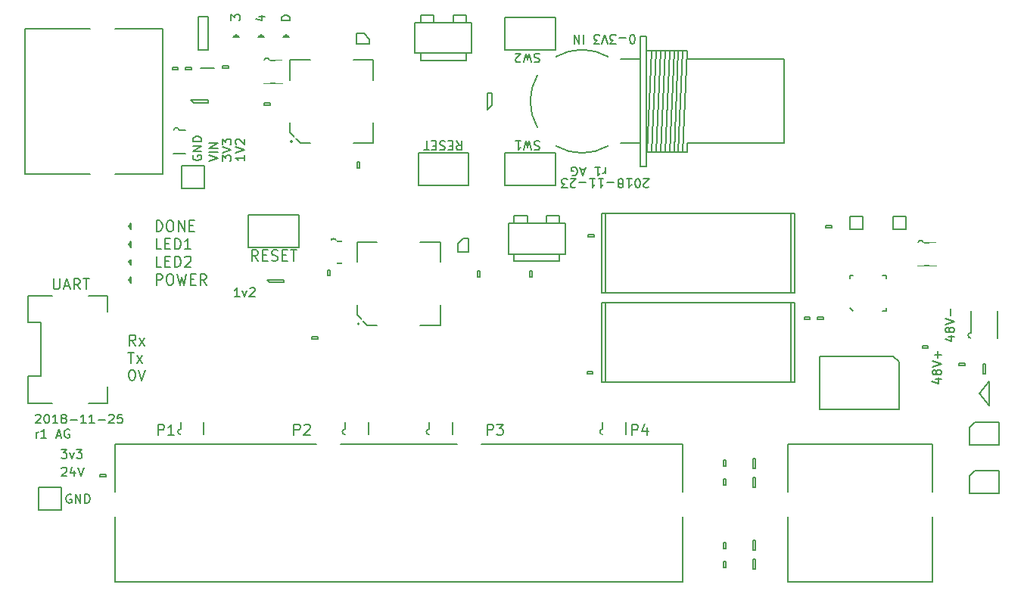
<source format=gto>
G04 #@! TF.GenerationSoftware,KiCad,Pcbnew,5.0.1-33cea8e~66~ubuntu18.04.1*
G04 #@! TF.CreationDate,2018-11-27T01:50:38+00:00*
G04 #@! TF.ProjectId,proto_switch_sensor_r1_panel,70726F746F5F7377697463685F73656E,1*
G04 #@! TF.SameCoordinates,Original*
G04 #@! TF.FileFunction,Legend,Top*
G04 #@! TF.FilePolarity,Positive*
%FSLAX46Y46*%
G04 Gerber Fmt 4.6, Leading zero omitted, Abs format (unit mm)*
G04 Created by KiCad (PCBNEW 5.0.1-33cea8e~66~ubuntu18.04.1) date Tue 27 Nov 2018 01:50:38 GMT*
%MOMM*%
%LPD*%
G01*
G04 APERTURE LIST*
%ADD10C,0.150000*%
%ADD11R,3.040000X1.040000*%
%ADD12R,3.840000X1.840000*%
%ADD13R,0.990000X1.040000*%
%ADD14R,1.040000X0.990000*%
%ADD15R,0.660000X0.660000*%
%ADD16R,1.440000X0.840000*%
%ADD17C,0.440000*%
%ADD18C,1.440000*%
%ADD19C,3.291200*%
%ADD20C,2.580000*%
%ADD21R,1.040000X0.840000*%
%ADD22C,1.040000*%
%ADD23C,0.640000*%
%ADD24C,6.300000*%
%ADD25R,0.680000X1.950000*%
%ADD26R,1.040000X1.440000*%
%ADD27R,1.940000X1.940000*%
%ADD28C,1.056000*%
%ADD29C,1.540000*%
%ADD30C,0.100000*%
%ADD31R,0.640000X1.040000*%
%ADD32R,0.240000X0.740000*%
%ADD33R,2.352000X1.582000*%
%ADD34R,0.340000X0.740000*%
%ADD35R,1.000000X1.000000*%
%ADD36R,0.520000X0.270000*%
%ADD37R,0.270000X0.520000*%
%ADD38R,0.340000X0.290000*%
%ADD39R,2.540000X1.740000*%
%ADD40R,1.190000X1.490000*%
%ADD41R,1.190000X1.840000*%
%ADD42R,0.740000X0.240000*%
%ADD43C,0.827000*%
%ADD44R,1.490000X3.930000*%
%ADD45R,1.140000X0.640000*%
%ADD46R,0.340000X0.890000*%
%ADD47R,0.290000X0.340000*%
%ADD48C,3.240000*%
%ADD49C,2.040000*%
G04 APERTURE END LIST*
D10*
X80887976Y-141122619D02*
X80935595Y-141075000D01*
X81030833Y-141027380D01*
X81268928Y-141027380D01*
X81364166Y-141075000D01*
X81411785Y-141122619D01*
X81459404Y-141217857D01*
X81459404Y-141313095D01*
X81411785Y-141455952D01*
X80840357Y-142027380D01*
X81459404Y-142027380D01*
X82078452Y-141027380D02*
X82173690Y-141027380D01*
X82268928Y-141075000D01*
X82316547Y-141122619D01*
X82364166Y-141217857D01*
X82411785Y-141408333D01*
X82411785Y-141646428D01*
X82364166Y-141836904D01*
X82316547Y-141932142D01*
X82268928Y-141979761D01*
X82173690Y-142027380D01*
X82078452Y-142027380D01*
X81983214Y-141979761D01*
X81935595Y-141932142D01*
X81887976Y-141836904D01*
X81840357Y-141646428D01*
X81840357Y-141408333D01*
X81887976Y-141217857D01*
X81935595Y-141122619D01*
X81983214Y-141075000D01*
X82078452Y-141027380D01*
X83364166Y-142027380D02*
X82792738Y-142027380D01*
X83078452Y-142027380D02*
X83078452Y-141027380D01*
X82983214Y-141170238D01*
X82887976Y-141265476D01*
X82792738Y-141313095D01*
X83935595Y-141455952D02*
X83840357Y-141408333D01*
X83792738Y-141360714D01*
X83745119Y-141265476D01*
X83745119Y-141217857D01*
X83792738Y-141122619D01*
X83840357Y-141075000D01*
X83935595Y-141027380D01*
X84126071Y-141027380D01*
X84221309Y-141075000D01*
X84268928Y-141122619D01*
X84316547Y-141217857D01*
X84316547Y-141265476D01*
X84268928Y-141360714D01*
X84221309Y-141408333D01*
X84126071Y-141455952D01*
X83935595Y-141455952D01*
X83840357Y-141503571D01*
X83792738Y-141551190D01*
X83745119Y-141646428D01*
X83745119Y-141836904D01*
X83792738Y-141932142D01*
X83840357Y-141979761D01*
X83935595Y-142027380D01*
X84126071Y-142027380D01*
X84221309Y-141979761D01*
X84268928Y-141932142D01*
X84316547Y-141836904D01*
X84316547Y-141646428D01*
X84268928Y-141551190D01*
X84221309Y-141503571D01*
X84126071Y-141455952D01*
X84745119Y-141646428D02*
X85507023Y-141646428D01*
X86507023Y-142027380D02*
X85935595Y-142027380D01*
X86221309Y-142027380D02*
X86221309Y-141027380D01*
X86126071Y-141170238D01*
X86030833Y-141265476D01*
X85935595Y-141313095D01*
X87459404Y-142027380D02*
X86887976Y-142027380D01*
X87173690Y-142027380D02*
X87173690Y-141027380D01*
X87078452Y-141170238D01*
X86983214Y-141265476D01*
X86887976Y-141313095D01*
X87887976Y-141646428D02*
X88649880Y-141646428D01*
X89078452Y-141122619D02*
X89126071Y-141075000D01*
X89221309Y-141027380D01*
X89459404Y-141027380D01*
X89554642Y-141075000D01*
X89602261Y-141122619D01*
X89649880Y-141217857D01*
X89649880Y-141313095D01*
X89602261Y-141455952D01*
X89030833Y-142027380D01*
X89649880Y-142027380D01*
X90554642Y-141027380D02*
X90078452Y-141027380D01*
X90030833Y-141503571D01*
X90078452Y-141455952D01*
X90173690Y-141408333D01*
X90411785Y-141408333D01*
X90507023Y-141455952D01*
X90554642Y-141503571D01*
X90602261Y-141598809D01*
X90602261Y-141836904D01*
X90554642Y-141932142D01*
X90507023Y-141979761D01*
X90411785Y-142027380D01*
X90173690Y-142027380D01*
X90078452Y-141979761D01*
X90030833Y-141932142D01*
X80935595Y-143677380D02*
X80935595Y-143010714D01*
X80935595Y-143201190D02*
X80983214Y-143105952D01*
X81030833Y-143058333D01*
X81126071Y-143010714D01*
X81221309Y-143010714D01*
X82078452Y-143677380D02*
X81507023Y-143677380D01*
X81792738Y-143677380D02*
X81792738Y-142677380D01*
X81697500Y-142820238D01*
X81602261Y-142915476D01*
X81507023Y-142963095D01*
X83221309Y-143391666D02*
X83697500Y-143391666D01*
X83126071Y-143677380D02*
X83459404Y-142677380D01*
X83792738Y-143677380D01*
X84649880Y-142725000D02*
X84554642Y-142677380D01*
X84411785Y-142677380D01*
X84268928Y-142725000D01*
X84173690Y-142820238D01*
X84126071Y-142915476D01*
X84078452Y-143105952D01*
X84078452Y-143248809D01*
X84126071Y-143439285D01*
X84173690Y-143534523D01*
X84268928Y-143629761D01*
X84411785Y-143677380D01*
X84507023Y-143677380D01*
X84649880Y-143629761D01*
X84697500Y-143582142D01*
X84697500Y-143248809D01*
X84507023Y-143248809D01*
X105757142Y-123842857D02*
X105357142Y-123271428D01*
X105071428Y-123842857D02*
X105071428Y-122642857D01*
X105528571Y-122642857D01*
X105642857Y-122700000D01*
X105700000Y-122757142D01*
X105757142Y-122871428D01*
X105757142Y-123042857D01*
X105700000Y-123157142D01*
X105642857Y-123214285D01*
X105528571Y-123271428D01*
X105071428Y-123271428D01*
X106271428Y-123214285D02*
X106671428Y-123214285D01*
X106842857Y-123842857D02*
X106271428Y-123842857D01*
X106271428Y-122642857D01*
X106842857Y-122642857D01*
X107300000Y-123785714D02*
X107471428Y-123842857D01*
X107757142Y-123842857D01*
X107871428Y-123785714D01*
X107928571Y-123728571D01*
X107985714Y-123614285D01*
X107985714Y-123500000D01*
X107928571Y-123385714D01*
X107871428Y-123328571D01*
X107757142Y-123271428D01*
X107528571Y-123214285D01*
X107414285Y-123157142D01*
X107357142Y-123100000D01*
X107300000Y-122985714D01*
X107300000Y-122871428D01*
X107357142Y-122757142D01*
X107414285Y-122700000D01*
X107528571Y-122642857D01*
X107814285Y-122642857D01*
X107985714Y-122700000D01*
X108500000Y-123214285D02*
X108900000Y-123214285D01*
X109071428Y-123842857D02*
X108500000Y-123842857D01*
X108500000Y-122642857D01*
X109071428Y-122642857D01*
X109414285Y-122642857D02*
X110100000Y-122642857D01*
X109757142Y-123842857D02*
X109757142Y-122642857D01*
X147583214Y-143342857D02*
X147583214Y-142142857D01*
X148040357Y-142142857D01*
X148154642Y-142200000D01*
X148211785Y-142257142D01*
X148268928Y-142371428D01*
X148268928Y-142542857D01*
X148211785Y-142657142D01*
X148154642Y-142714285D01*
X148040357Y-142771428D01*
X147583214Y-142771428D01*
X149297500Y-142542857D02*
X149297500Y-143342857D01*
X149011785Y-142085714D02*
X148726071Y-142942857D01*
X149468928Y-142942857D01*
X131383214Y-143342857D02*
X131383214Y-142142857D01*
X131840357Y-142142857D01*
X131954642Y-142200000D01*
X132011785Y-142257142D01*
X132068928Y-142371428D01*
X132068928Y-142542857D01*
X132011785Y-142657142D01*
X131954642Y-142714285D01*
X131840357Y-142771428D01*
X131383214Y-142771428D01*
X132468928Y-142142857D02*
X133211785Y-142142857D01*
X132811785Y-142600000D01*
X132983214Y-142600000D01*
X133097500Y-142657142D01*
X133154642Y-142714285D01*
X133211785Y-142828571D01*
X133211785Y-143114285D01*
X133154642Y-143228571D01*
X133097500Y-143285714D01*
X132983214Y-143342857D01*
X132640357Y-143342857D01*
X132526071Y-143285714D01*
X132468928Y-143228571D01*
X109783214Y-143342857D02*
X109783214Y-142142857D01*
X110240357Y-142142857D01*
X110354642Y-142200000D01*
X110411785Y-142257142D01*
X110468928Y-142371428D01*
X110468928Y-142542857D01*
X110411785Y-142657142D01*
X110354642Y-142714285D01*
X110240357Y-142771428D01*
X109783214Y-142771428D01*
X110926071Y-142257142D02*
X110983214Y-142200000D01*
X111097500Y-142142857D01*
X111383214Y-142142857D01*
X111497500Y-142200000D01*
X111554642Y-142257142D01*
X111611785Y-142371428D01*
X111611785Y-142485714D01*
X111554642Y-142657142D01*
X110868928Y-143342857D01*
X111611785Y-143342857D01*
X94583214Y-143342857D02*
X94583214Y-142142857D01*
X95040357Y-142142857D01*
X95154642Y-142200000D01*
X95211785Y-142257142D01*
X95268928Y-142371428D01*
X95268928Y-142542857D01*
X95211785Y-142657142D01*
X95154642Y-142714285D01*
X95040357Y-142771428D01*
X94583214Y-142771428D01*
X96411785Y-143342857D02*
X95726071Y-143342857D01*
X96068928Y-143342857D02*
X96068928Y-142142857D01*
X95954642Y-142314285D01*
X95840357Y-142428571D01*
X95726071Y-142485714D01*
X182985714Y-132333333D02*
X183652380Y-132333333D01*
X182604761Y-132571428D02*
X183319047Y-132809523D01*
X183319047Y-132190476D01*
X183080952Y-131666666D02*
X183033333Y-131761904D01*
X182985714Y-131809523D01*
X182890476Y-131857142D01*
X182842857Y-131857142D01*
X182747619Y-131809523D01*
X182700000Y-131761904D01*
X182652380Y-131666666D01*
X182652380Y-131476190D01*
X182700000Y-131380952D01*
X182747619Y-131333333D01*
X182842857Y-131285714D01*
X182890476Y-131285714D01*
X182985714Y-131333333D01*
X183033333Y-131380952D01*
X183080952Y-131476190D01*
X183080952Y-131666666D01*
X183128571Y-131761904D01*
X183176190Y-131809523D01*
X183271428Y-131857142D01*
X183461904Y-131857142D01*
X183557142Y-131809523D01*
X183604761Y-131761904D01*
X183652380Y-131666666D01*
X183652380Y-131476190D01*
X183604761Y-131380952D01*
X183557142Y-131333333D01*
X183461904Y-131285714D01*
X183271428Y-131285714D01*
X183176190Y-131333333D01*
X183128571Y-131380952D01*
X183080952Y-131476190D01*
X182652380Y-131000000D02*
X183652380Y-130666666D01*
X182652380Y-130333333D01*
X183271428Y-130000000D02*
X183271428Y-129238095D01*
X181535714Y-137083333D02*
X182202380Y-137083333D01*
X181154761Y-137321428D02*
X181869047Y-137559523D01*
X181869047Y-136940476D01*
X181630952Y-136416666D02*
X181583333Y-136511904D01*
X181535714Y-136559523D01*
X181440476Y-136607142D01*
X181392857Y-136607142D01*
X181297619Y-136559523D01*
X181250000Y-136511904D01*
X181202380Y-136416666D01*
X181202380Y-136226190D01*
X181250000Y-136130952D01*
X181297619Y-136083333D01*
X181392857Y-136035714D01*
X181440476Y-136035714D01*
X181535714Y-136083333D01*
X181583333Y-136130952D01*
X181630952Y-136226190D01*
X181630952Y-136416666D01*
X181678571Y-136511904D01*
X181726190Y-136559523D01*
X181821428Y-136607142D01*
X182011904Y-136607142D01*
X182107142Y-136559523D01*
X182154761Y-136511904D01*
X182202380Y-136416666D01*
X182202380Y-136226190D01*
X182154761Y-136130952D01*
X182107142Y-136083333D01*
X182011904Y-136035714D01*
X181821428Y-136035714D01*
X181726190Y-136083333D01*
X181678571Y-136130952D01*
X181630952Y-136226190D01*
X181202380Y-135750000D02*
X182202380Y-135416666D01*
X181202380Y-135083333D01*
X181821428Y-134750000D02*
X181821428Y-133988095D01*
X182202380Y-134369047D02*
X181440476Y-134369047D01*
X103697738Y-127852380D02*
X103126309Y-127852380D01*
X103412023Y-127852380D02*
X103412023Y-126852380D01*
X103316785Y-126995238D01*
X103221547Y-127090476D01*
X103126309Y-127138095D01*
X104031071Y-127185714D02*
X104269166Y-127852380D01*
X104507261Y-127185714D01*
X104840595Y-126947619D02*
X104888214Y-126900000D01*
X104983452Y-126852380D01*
X105221547Y-126852380D01*
X105316785Y-126900000D01*
X105364404Y-126947619D01*
X105412023Y-127042857D01*
X105412023Y-127138095D01*
X105364404Y-127280952D01*
X104792976Y-127852380D01*
X105412023Y-127852380D01*
X84859404Y-150000000D02*
X84764166Y-149952380D01*
X84621309Y-149952380D01*
X84478452Y-150000000D01*
X84383214Y-150095238D01*
X84335595Y-150190476D01*
X84287976Y-150380952D01*
X84287976Y-150523809D01*
X84335595Y-150714285D01*
X84383214Y-150809523D01*
X84478452Y-150904761D01*
X84621309Y-150952380D01*
X84716547Y-150952380D01*
X84859404Y-150904761D01*
X84907023Y-150857142D01*
X84907023Y-150523809D01*
X84716547Y-150523809D01*
X85335595Y-150952380D02*
X85335595Y-149952380D01*
X85907023Y-150952380D01*
X85907023Y-149952380D01*
X86383214Y-150952380D02*
X86383214Y-149952380D01*
X86621309Y-149952380D01*
X86764166Y-150000000D01*
X86859404Y-150095238D01*
X86907023Y-150190476D01*
X86954642Y-150380952D01*
X86954642Y-150523809D01*
X86907023Y-150714285D01*
X86859404Y-150809523D01*
X86764166Y-150904761D01*
X86621309Y-150952380D01*
X86383214Y-150952380D01*
X83787976Y-147047619D02*
X83835595Y-147000000D01*
X83930833Y-146952380D01*
X84168928Y-146952380D01*
X84264166Y-147000000D01*
X84311785Y-147047619D01*
X84359404Y-147142857D01*
X84359404Y-147238095D01*
X84311785Y-147380952D01*
X83740357Y-147952380D01*
X84359404Y-147952380D01*
X85216547Y-147285714D02*
X85216547Y-147952380D01*
X84978452Y-146904761D02*
X84740357Y-147619047D01*
X85359404Y-147619047D01*
X85597500Y-146952380D02*
X85930833Y-147952380D01*
X86264166Y-146952380D01*
X83740357Y-144952380D02*
X84359404Y-144952380D01*
X84026071Y-145333333D01*
X84168928Y-145333333D01*
X84264166Y-145380952D01*
X84311785Y-145428571D01*
X84359404Y-145523809D01*
X84359404Y-145761904D01*
X84311785Y-145857142D01*
X84264166Y-145904761D01*
X84168928Y-145952380D01*
X83883214Y-145952380D01*
X83787976Y-145904761D01*
X83740357Y-145857142D01*
X84692738Y-145285714D02*
X84930833Y-145952380D01*
X85168928Y-145285714D01*
X85454642Y-144952380D02*
X86073690Y-144952380D01*
X85740357Y-145333333D01*
X85883214Y-145333333D01*
X85978452Y-145380952D01*
X86026071Y-145428571D01*
X86073690Y-145523809D01*
X86073690Y-145761904D01*
X86026071Y-145857142D01*
X85978452Y-145904761D01*
X85883214Y-145952380D01*
X85597500Y-145952380D01*
X85502261Y-145904761D01*
X85454642Y-145857142D01*
X92068928Y-133342857D02*
X91668928Y-132771428D01*
X91383214Y-133342857D02*
X91383214Y-132142857D01*
X91840357Y-132142857D01*
X91954642Y-132200000D01*
X92011785Y-132257142D01*
X92068928Y-132371428D01*
X92068928Y-132542857D01*
X92011785Y-132657142D01*
X91954642Y-132714285D01*
X91840357Y-132771428D01*
X91383214Y-132771428D01*
X92468928Y-133342857D02*
X93097500Y-132542857D01*
X92468928Y-132542857D02*
X93097500Y-133342857D01*
X91211785Y-134092857D02*
X91897500Y-134092857D01*
X91554642Y-135292857D02*
X91554642Y-134092857D01*
X92183214Y-135292857D02*
X92811785Y-134492857D01*
X92183214Y-134492857D02*
X92811785Y-135292857D01*
X91611785Y-136042857D02*
X91726071Y-136042857D01*
X91840357Y-136100000D01*
X91897500Y-136157142D01*
X91954642Y-136271428D01*
X92011785Y-136500000D01*
X92011785Y-136785714D01*
X91954642Y-137014285D01*
X91897500Y-137128571D01*
X91840357Y-137185714D01*
X91726071Y-137242857D01*
X91611785Y-137242857D01*
X91497500Y-137185714D01*
X91440357Y-137128571D01*
X91383214Y-137014285D01*
X91326071Y-136785714D01*
X91326071Y-136500000D01*
X91383214Y-136271428D01*
X91440357Y-136157142D01*
X91497500Y-136100000D01*
X91611785Y-136042857D01*
X92354642Y-136042857D02*
X92754642Y-137242857D01*
X93154642Y-136042857D01*
X82883214Y-125842857D02*
X82883214Y-126814285D01*
X82940357Y-126928571D01*
X82997500Y-126985714D01*
X83111785Y-127042857D01*
X83340357Y-127042857D01*
X83454642Y-126985714D01*
X83511785Y-126928571D01*
X83568928Y-126814285D01*
X83568928Y-125842857D01*
X84083214Y-126700000D02*
X84654642Y-126700000D01*
X83968928Y-127042857D02*
X84368928Y-125842857D01*
X84768928Y-127042857D01*
X85854642Y-127042857D02*
X85454642Y-126471428D01*
X85168928Y-127042857D02*
X85168928Y-125842857D01*
X85626071Y-125842857D01*
X85740357Y-125900000D01*
X85797500Y-125957142D01*
X85854642Y-126071428D01*
X85854642Y-126242857D01*
X85797500Y-126357142D01*
X85740357Y-126414285D01*
X85626071Y-126471428D01*
X85168928Y-126471428D01*
X86197500Y-125842857D02*
X86883214Y-125842857D01*
X86540357Y-127042857D02*
X86540357Y-125842857D01*
X94383214Y-126542857D02*
X94383214Y-125342857D01*
X94840357Y-125342857D01*
X94954642Y-125400000D01*
X95011785Y-125457142D01*
X95068928Y-125571428D01*
X95068928Y-125742857D01*
X95011785Y-125857142D01*
X94954642Y-125914285D01*
X94840357Y-125971428D01*
X94383214Y-125971428D01*
X95811785Y-125342857D02*
X96040357Y-125342857D01*
X96154642Y-125400000D01*
X96268928Y-125514285D01*
X96326071Y-125742857D01*
X96326071Y-126142857D01*
X96268928Y-126371428D01*
X96154642Y-126485714D01*
X96040357Y-126542857D01*
X95811785Y-126542857D01*
X95697500Y-126485714D01*
X95583214Y-126371428D01*
X95526071Y-126142857D01*
X95526071Y-125742857D01*
X95583214Y-125514285D01*
X95697500Y-125400000D01*
X95811785Y-125342857D01*
X96726071Y-125342857D02*
X97011785Y-126542857D01*
X97240357Y-125685714D01*
X97468928Y-126542857D01*
X97754642Y-125342857D01*
X98211785Y-125914285D02*
X98611785Y-125914285D01*
X98783214Y-126542857D02*
X98211785Y-126542857D01*
X98211785Y-125342857D01*
X98783214Y-125342857D01*
X99983214Y-126542857D02*
X99583214Y-125971428D01*
X99297500Y-126542857D02*
X99297500Y-125342857D01*
X99754642Y-125342857D01*
X99868928Y-125400000D01*
X99926071Y-125457142D01*
X99983214Y-125571428D01*
X99983214Y-125742857D01*
X99926071Y-125857142D01*
X99868928Y-125914285D01*
X99754642Y-125971428D01*
X99297500Y-125971428D01*
X94954642Y-124542857D02*
X94383214Y-124542857D01*
X94383214Y-123342857D01*
X95354642Y-123914285D02*
X95754642Y-123914285D01*
X95926071Y-124542857D02*
X95354642Y-124542857D01*
X95354642Y-123342857D01*
X95926071Y-123342857D01*
X96440357Y-124542857D02*
X96440357Y-123342857D01*
X96726071Y-123342857D01*
X96897500Y-123400000D01*
X97011785Y-123514285D01*
X97068928Y-123628571D01*
X97126071Y-123857142D01*
X97126071Y-124028571D01*
X97068928Y-124257142D01*
X97011785Y-124371428D01*
X96897500Y-124485714D01*
X96726071Y-124542857D01*
X96440357Y-124542857D01*
X97583214Y-123457142D02*
X97640357Y-123400000D01*
X97754642Y-123342857D01*
X98040357Y-123342857D01*
X98154642Y-123400000D01*
X98211785Y-123457142D01*
X98268928Y-123571428D01*
X98268928Y-123685714D01*
X98211785Y-123857142D01*
X97526071Y-124542857D01*
X98268928Y-124542857D01*
X94954642Y-122542857D02*
X94383214Y-122542857D01*
X94383214Y-121342857D01*
X95354642Y-121914285D02*
X95754642Y-121914285D01*
X95926071Y-122542857D02*
X95354642Y-122542857D01*
X95354642Y-121342857D01*
X95926071Y-121342857D01*
X96440357Y-122542857D02*
X96440357Y-121342857D01*
X96726071Y-121342857D01*
X96897500Y-121400000D01*
X97011785Y-121514285D01*
X97068928Y-121628571D01*
X97126071Y-121857142D01*
X97126071Y-122028571D01*
X97068928Y-122257142D01*
X97011785Y-122371428D01*
X96897500Y-122485714D01*
X96726071Y-122542857D01*
X96440357Y-122542857D01*
X98268928Y-122542857D02*
X97583214Y-122542857D01*
X97926071Y-122542857D02*
X97926071Y-121342857D01*
X97811785Y-121514285D01*
X97697500Y-121628571D01*
X97583214Y-121685714D01*
X94383214Y-120542857D02*
X94383214Y-119342857D01*
X94668928Y-119342857D01*
X94840357Y-119400000D01*
X94954642Y-119514285D01*
X95011785Y-119628571D01*
X95068928Y-119857142D01*
X95068928Y-120028571D01*
X95011785Y-120257142D01*
X94954642Y-120371428D01*
X94840357Y-120485714D01*
X94668928Y-120542857D01*
X94383214Y-120542857D01*
X95811785Y-119342857D02*
X96040357Y-119342857D01*
X96154642Y-119400000D01*
X96268928Y-119514285D01*
X96326071Y-119742857D01*
X96326071Y-120142857D01*
X96268928Y-120371428D01*
X96154642Y-120485714D01*
X96040357Y-120542857D01*
X95811785Y-120542857D01*
X95697500Y-120485714D01*
X95583214Y-120371428D01*
X95526071Y-120142857D01*
X95526071Y-119742857D01*
X95583214Y-119514285D01*
X95697500Y-119400000D01*
X95811785Y-119342857D01*
X96840357Y-120542857D02*
X96840357Y-119342857D01*
X97526071Y-120542857D01*
X97526071Y-119342857D01*
X98097500Y-119914285D02*
X98497500Y-119914285D01*
X98668928Y-120542857D02*
X98097500Y-120542857D01*
X98097500Y-119342857D01*
X98668928Y-119342857D01*
X147690476Y-99547619D02*
X147595238Y-99547619D01*
X147500000Y-99500000D01*
X147452380Y-99452380D01*
X147404761Y-99357142D01*
X147357142Y-99166666D01*
X147357142Y-98928571D01*
X147404761Y-98738095D01*
X147452380Y-98642857D01*
X147500000Y-98595238D01*
X147595238Y-98547619D01*
X147690476Y-98547619D01*
X147785714Y-98595238D01*
X147833333Y-98642857D01*
X147880952Y-98738095D01*
X147928571Y-98928571D01*
X147928571Y-99166666D01*
X147880952Y-99357142D01*
X147833333Y-99452380D01*
X147785714Y-99500000D01*
X147690476Y-99547619D01*
X146928571Y-98928571D02*
X146166666Y-98928571D01*
X145785714Y-99547619D02*
X145166666Y-99547619D01*
X145500000Y-99166666D01*
X145357142Y-99166666D01*
X145261904Y-99119047D01*
X145214285Y-99071428D01*
X145166666Y-98976190D01*
X145166666Y-98738095D01*
X145214285Y-98642857D01*
X145261904Y-98595238D01*
X145357142Y-98547619D01*
X145642857Y-98547619D01*
X145738095Y-98595238D01*
X145785714Y-98642857D01*
X144880952Y-99547619D02*
X144547619Y-98547619D01*
X144214285Y-99547619D01*
X143976190Y-99547619D02*
X143357142Y-99547619D01*
X143690476Y-99166666D01*
X143547619Y-99166666D01*
X143452380Y-99119047D01*
X143404761Y-99071428D01*
X143357142Y-98976190D01*
X143357142Y-98738095D01*
X143404761Y-98642857D01*
X143452380Y-98595238D01*
X143547619Y-98547619D01*
X143833333Y-98547619D01*
X143928571Y-98595238D01*
X143976190Y-98642857D01*
X142166666Y-98547619D02*
X142166666Y-99547619D01*
X141690476Y-98547619D02*
X141690476Y-99547619D01*
X141119047Y-98547619D01*
X141119047Y-99547619D01*
X104252380Y-112040595D02*
X104252380Y-112612023D01*
X104252380Y-112326309D02*
X103252380Y-112326309D01*
X103395238Y-112421547D01*
X103490476Y-112516785D01*
X103538095Y-112612023D01*
X103252380Y-111754880D02*
X104252380Y-111421547D01*
X103252380Y-111088214D01*
X103347619Y-110802500D02*
X103300000Y-110754880D01*
X103252380Y-110659642D01*
X103252380Y-110421547D01*
X103300000Y-110326309D01*
X103347619Y-110278690D01*
X103442857Y-110231071D01*
X103538095Y-110231071D01*
X103680952Y-110278690D01*
X104252380Y-110850119D01*
X104252380Y-110231071D01*
X101752380Y-112659642D02*
X101752380Y-112040595D01*
X102133333Y-112373928D01*
X102133333Y-112231071D01*
X102180952Y-112135833D01*
X102228571Y-112088214D01*
X102323809Y-112040595D01*
X102561904Y-112040595D01*
X102657142Y-112088214D01*
X102704761Y-112135833D01*
X102752380Y-112231071D01*
X102752380Y-112516785D01*
X102704761Y-112612023D01*
X102657142Y-112659642D01*
X101752380Y-111754880D02*
X102752380Y-111421547D01*
X101752380Y-111088214D01*
X101752380Y-110850119D02*
X101752380Y-110231071D01*
X102133333Y-110564404D01*
X102133333Y-110421547D01*
X102180952Y-110326309D01*
X102228571Y-110278690D01*
X102323809Y-110231071D01*
X102561904Y-110231071D01*
X102657142Y-110278690D01*
X102704761Y-110326309D01*
X102752380Y-110421547D01*
X102752380Y-110707261D01*
X102704761Y-110802500D01*
X102657142Y-110850119D01*
X100252380Y-112707261D02*
X101252380Y-112373928D01*
X100252380Y-112040595D01*
X101252380Y-111707261D02*
X100252380Y-111707261D01*
X101252380Y-111231071D02*
X100252380Y-111231071D01*
X101252380Y-110659642D01*
X100252380Y-110659642D01*
X98500000Y-112040595D02*
X98452380Y-112135833D01*
X98452380Y-112278690D01*
X98500000Y-112421547D01*
X98595238Y-112516785D01*
X98690476Y-112564404D01*
X98880952Y-112612023D01*
X99023809Y-112612023D01*
X99214285Y-112564404D01*
X99309523Y-112516785D01*
X99404761Y-112421547D01*
X99452380Y-112278690D01*
X99452380Y-112183452D01*
X99404761Y-112040595D01*
X99357142Y-111992976D01*
X99023809Y-111992976D01*
X99023809Y-112183452D01*
X99452380Y-111564404D02*
X98452380Y-111564404D01*
X99452380Y-110992976D01*
X98452380Y-110992976D01*
X99452380Y-110516785D02*
X98452380Y-110516785D01*
X98452380Y-110278690D01*
X98500000Y-110135833D01*
X98595238Y-110040595D01*
X98690476Y-109992976D01*
X98880952Y-109945357D01*
X99023809Y-109945357D01*
X99214285Y-109992976D01*
X99309523Y-110040595D01*
X99404761Y-110135833D01*
X99452380Y-110278690D01*
X99452380Y-110516785D01*
X109352380Y-96961904D02*
X108352380Y-96961904D01*
X108352380Y-96723809D01*
X108400000Y-96580952D01*
X108495238Y-96485714D01*
X108590476Y-96438095D01*
X108780952Y-96390476D01*
X108923809Y-96390476D01*
X109114285Y-96438095D01*
X109209523Y-96485714D01*
X109304761Y-96580952D01*
X109352380Y-96723809D01*
X109352380Y-96961904D01*
X105885714Y-96509523D02*
X106552380Y-96509523D01*
X105504761Y-96747619D02*
X106219047Y-96985714D01*
X106219047Y-96366666D01*
X102752380Y-96933333D02*
X102752380Y-96314285D01*
X103133333Y-96647619D01*
X103133333Y-96504761D01*
X103180952Y-96409523D01*
X103228571Y-96361904D01*
X103323809Y-96314285D01*
X103561904Y-96314285D01*
X103657142Y-96361904D01*
X103704761Y-96409523D01*
X103752380Y-96504761D01*
X103752380Y-96790476D01*
X103704761Y-96885714D01*
X103657142Y-96933333D01*
X127952380Y-110447619D02*
X128285714Y-110923809D01*
X128523809Y-110447619D02*
X128523809Y-111447619D01*
X128142857Y-111447619D01*
X128047619Y-111400000D01*
X128000000Y-111352380D01*
X127952380Y-111257142D01*
X127952380Y-111114285D01*
X128000000Y-111019047D01*
X128047619Y-110971428D01*
X128142857Y-110923809D01*
X128523809Y-110923809D01*
X127523809Y-110971428D02*
X127190476Y-110971428D01*
X127047619Y-110447619D02*
X127523809Y-110447619D01*
X127523809Y-111447619D01*
X127047619Y-111447619D01*
X126666666Y-110495238D02*
X126523809Y-110447619D01*
X126285714Y-110447619D01*
X126190476Y-110495238D01*
X126142857Y-110542857D01*
X126095238Y-110638095D01*
X126095238Y-110733333D01*
X126142857Y-110828571D01*
X126190476Y-110876190D01*
X126285714Y-110923809D01*
X126476190Y-110971428D01*
X126571428Y-111019047D01*
X126619047Y-111066666D01*
X126666666Y-111161904D01*
X126666666Y-111257142D01*
X126619047Y-111352380D01*
X126571428Y-111400000D01*
X126476190Y-111447619D01*
X126238095Y-111447619D01*
X126095238Y-111400000D01*
X125666666Y-110971428D02*
X125333333Y-110971428D01*
X125190476Y-110447619D02*
X125666666Y-110447619D01*
X125666666Y-111447619D01*
X125190476Y-111447619D01*
X124904761Y-111447619D02*
X124333333Y-111447619D01*
X124619047Y-110447619D02*
X124619047Y-111447619D01*
X137233333Y-100695238D02*
X137090476Y-100647619D01*
X136852380Y-100647619D01*
X136757142Y-100695238D01*
X136709523Y-100742857D01*
X136661904Y-100838095D01*
X136661904Y-100933333D01*
X136709523Y-101028571D01*
X136757142Y-101076190D01*
X136852380Y-101123809D01*
X137042857Y-101171428D01*
X137138095Y-101219047D01*
X137185714Y-101266666D01*
X137233333Y-101361904D01*
X137233333Y-101457142D01*
X137185714Y-101552380D01*
X137138095Y-101600000D01*
X137042857Y-101647619D01*
X136804761Y-101647619D01*
X136661904Y-101600000D01*
X136328571Y-101647619D02*
X136090476Y-100647619D01*
X135900000Y-101361904D01*
X135709523Y-100647619D01*
X135471428Y-101647619D01*
X135138095Y-101552380D02*
X135090476Y-101600000D01*
X134995238Y-101647619D01*
X134757142Y-101647619D01*
X134661904Y-101600000D01*
X134614285Y-101552380D01*
X134566666Y-101457142D01*
X134566666Y-101361904D01*
X134614285Y-101219047D01*
X135185714Y-100647619D01*
X134566666Y-100647619D01*
X137233333Y-110495238D02*
X137090476Y-110447619D01*
X136852380Y-110447619D01*
X136757142Y-110495238D01*
X136709523Y-110542857D01*
X136661904Y-110638095D01*
X136661904Y-110733333D01*
X136709523Y-110828571D01*
X136757142Y-110876190D01*
X136852380Y-110923809D01*
X137042857Y-110971428D01*
X137138095Y-111019047D01*
X137185714Y-111066666D01*
X137233333Y-111161904D01*
X137233333Y-111257142D01*
X137185714Y-111352380D01*
X137138095Y-111400000D01*
X137042857Y-111447619D01*
X136804761Y-111447619D01*
X136661904Y-111400000D01*
X136328571Y-111447619D02*
X136090476Y-110447619D01*
X135900000Y-111161904D01*
X135709523Y-110447619D01*
X135471428Y-111447619D01*
X134566666Y-110447619D02*
X135138095Y-110447619D01*
X134852380Y-110447619D02*
X134852380Y-111447619D01*
X134947619Y-111304761D01*
X135042857Y-111209523D01*
X135138095Y-111161904D01*
X144607142Y-113347619D02*
X144607142Y-114014285D01*
X144607142Y-113823809D02*
X144559523Y-113919047D01*
X144511904Y-113966666D01*
X144416666Y-114014285D01*
X144321428Y-114014285D01*
X143464285Y-113347619D02*
X144035714Y-113347619D01*
X143750000Y-113347619D02*
X143750000Y-114347619D01*
X143845238Y-114204761D01*
X143940476Y-114109523D01*
X144035714Y-114061904D01*
X142321428Y-113633333D02*
X141845238Y-113633333D01*
X142416666Y-113347619D02*
X142083333Y-114347619D01*
X141750000Y-113347619D01*
X140892857Y-114300000D02*
X140988095Y-114347619D01*
X141130952Y-114347619D01*
X141273809Y-114300000D01*
X141369047Y-114204761D01*
X141416666Y-114109523D01*
X141464285Y-113919047D01*
X141464285Y-113776190D01*
X141416666Y-113585714D01*
X141369047Y-113490476D01*
X141273809Y-113395238D01*
X141130952Y-113347619D01*
X141035714Y-113347619D01*
X140892857Y-113395238D01*
X140845238Y-113442857D01*
X140845238Y-113776190D01*
X141035714Y-113776190D01*
X149457142Y-115552380D02*
X149409523Y-115600000D01*
X149314285Y-115647619D01*
X149076190Y-115647619D01*
X148980952Y-115600000D01*
X148933333Y-115552380D01*
X148885714Y-115457142D01*
X148885714Y-115361904D01*
X148933333Y-115219047D01*
X149504761Y-114647619D01*
X148885714Y-114647619D01*
X148266666Y-115647619D02*
X148171428Y-115647619D01*
X148076190Y-115600000D01*
X148028571Y-115552380D01*
X147980952Y-115457142D01*
X147933333Y-115266666D01*
X147933333Y-115028571D01*
X147980952Y-114838095D01*
X148028571Y-114742857D01*
X148076190Y-114695238D01*
X148171428Y-114647619D01*
X148266666Y-114647619D01*
X148361904Y-114695238D01*
X148409523Y-114742857D01*
X148457142Y-114838095D01*
X148504761Y-115028571D01*
X148504761Y-115266666D01*
X148457142Y-115457142D01*
X148409523Y-115552380D01*
X148361904Y-115600000D01*
X148266666Y-115647619D01*
X146980952Y-114647619D02*
X147552380Y-114647619D01*
X147266666Y-114647619D02*
X147266666Y-115647619D01*
X147361904Y-115504761D01*
X147457142Y-115409523D01*
X147552380Y-115361904D01*
X146409523Y-115219047D02*
X146504761Y-115266666D01*
X146552380Y-115314285D01*
X146600000Y-115409523D01*
X146600000Y-115457142D01*
X146552380Y-115552380D01*
X146504761Y-115600000D01*
X146409523Y-115647619D01*
X146219047Y-115647619D01*
X146123809Y-115600000D01*
X146076190Y-115552380D01*
X146028571Y-115457142D01*
X146028571Y-115409523D01*
X146076190Y-115314285D01*
X146123809Y-115266666D01*
X146219047Y-115219047D01*
X146409523Y-115219047D01*
X146504761Y-115171428D01*
X146552380Y-115123809D01*
X146600000Y-115028571D01*
X146600000Y-114838095D01*
X146552380Y-114742857D01*
X146504761Y-114695238D01*
X146409523Y-114647619D01*
X146219047Y-114647619D01*
X146123809Y-114695238D01*
X146076190Y-114742857D01*
X146028571Y-114838095D01*
X146028571Y-115028571D01*
X146076190Y-115123809D01*
X146123809Y-115171428D01*
X146219047Y-115219047D01*
X145600000Y-115028571D02*
X144838095Y-115028571D01*
X143838095Y-114647619D02*
X144409523Y-114647619D01*
X144123809Y-114647619D02*
X144123809Y-115647619D01*
X144219047Y-115504761D01*
X144314285Y-115409523D01*
X144409523Y-115361904D01*
X142885714Y-114647619D02*
X143457142Y-114647619D01*
X143171428Y-114647619D02*
X143171428Y-115647619D01*
X143266666Y-115504761D01*
X143361904Y-115409523D01*
X143457142Y-115361904D01*
X142457142Y-115028571D02*
X141695238Y-115028571D01*
X141266666Y-115552380D02*
X141219047Y-115600000D01*
X141123809Y-115647619D01*
X140885714Y-115647619D01*
X140790476Y-115600000D01*
X140742857Y-115552380D01*
X140695238Y-115457142D01*
X140695238Y-115361904D01*
X140742857Y-115219047D01*
X141314285Y-114647619D01*
X140695238Y-114647619D01*
X140361904Y-115647619D02*
X139742857Y-115647619D01*
X140076190Y-115266666D01*
X139933333Y-115266666D01*
X139838095Y-115219047D01*
X139790476Y-115171428D01*
X139742857Y-115076190D01*
X139742857Y-114838095D01*
X139790476Y-114742857D01*
X139838095Y-114695238D01*
X139933333Y-114647619D01*
X140219047Y-114647619D01*
X140314285Y-114695238D01*
X140361904Y-114742857D01*
G04 #@! TO.C,J202*
X88950000Y-139750000D02*
X88950000Y-137950000D01*
X88950000Y-139750000D02*
X86800000Y-139750000D01*
X88950000Y-127750000D02*
X88950000Y-129550000D01*
X88950000Y-127750000D02*
X86800000Y-127750000D01*
X80050000Y-139750000D02*
X82700000Y-139750000D01*
X80050000Y-127750000D02*
X82700000Y-127750000D01*
X80050000Y-130750000D02*
X80050000Y-127750000D01*
X81450000Y-130750000D02*
X80050000Y-130750000D01*
X81450000Y-136750000D02*
X81450000Y-130750000D01*
X80050000Y-136750000D02*
X81450000Y-136750000D01*
X80050000Y-139750000D02*
X80050000Y-136750000D01*
G04 #@! TO.C,C224*
X136175000Y-125625000D02*
X136175000Y-124975000D01*
X136425000Y-125625000D02*
X136175000Y-125625000D01*
X136425000Y-124975000D02*
X136425000Y-125625000D01*
X136175000Y-124975000D02*
X136425000Y-124975000D01*
G04 #@! TO.C,C223*
X111775000Y-132375000D02*
X112425000Y-132375000D01*
X111775000Y-132625000D02*
X111775000Y-132375000D01*
X112425000Y-132625000D02*
X111775000Y-132625000D01*
X112425000Y-132375000D02*
X112425000Y-132625000D01*
G04 #@! TO.C,D303*
X185350000Y-147930000D02*
X185950000Y-147330000D01*
X185350000Y-149870000D02*
X185350000Y-147930000D01*
X188650000Y-149870000D02*
X185350000Y-149870000D01*
X188650000Y-147330000D02*
X188650000Y-149870000D01*
X185950000Y-147330000D02*
X188650000Y-147330000D01*
G04 #@! TO.C,D302*
X185350000Y-142530000D02*
X185950000Y-141930000D01*
X185350000Y-144470000D02*
X185350000Y-142530000D01*
X188650000Y-144470000D02*
X185350000Y-144470000D01*
X188650000Y-141930000D02*
X188650000Y-144470000D01*
X185950000Y-141930000D02*
X188650000Y-141930000D01*
G04 #@! TO.C,IC202*
X117100000Y-130900000D02*
G75*
G03X117100000Y-130900000I-100000J0D01*
G01*
X118000000Y-131050000D02*
X119100000Y-131050000D01*
X116850000Y-129900000D02*
X118000000Y-131050000D01*
X116850000Y-128800000D02*
X116850000Y-129900000D01*
X126150000Y-131050000D02*
X123900000Y-131050000D01*
X126150000Y-128800000D02*
X126150000Y-131050000D01*
X116850000Y-121750000D02*
X119100000Y-121750000D01*
X116850000Y-124000000D02*
X116850000Y-121750000D01*
X126150000Y-121750000D02*
X123900000Y-121750000D01*
X126150000Y-124000000D02*
X126150000Y-121750000D01*
X116850000Y-121750000D02*
X119100000Y-121750000D01*
X116850000Y-124000000D02*
X116850000Y-121750000D01*
X116850000Y-121750000D02*
X119100000Y-121750000D01*
X116850000Y-124000000D02*
X116850000Y-121750000D01*
G04 #@! TO.C,J302*
X181200000Y-144400000D02*
X165000000Y-144400000D01*
X181200000Y-149700000D02*
X181200000Y-144400000D01*
X181200000Y-159800000D02*
X181200000Y-152500000D01*
X165000000Y-159800000D02*
X181200000Y-159800000D01*
X165000000Y-152500000D02*
X165000000Y-159800000D01*
X165000000Y-144400000D02*
X165000000Y-149700000D01*
G04 #@! TO.C,Y301*
X180200000Y-121850000D02*
G75*
G03X179600000Y-121850000I-300000J0D01*
G01*
X179600000Y-124350000D02*
X181600000Y-124350000D01*
X180200000Y-121850000D02*
X181600000Y-121850000D01*
G04 #@! TO.C,Y201*
X114500000Y-121650000D02*
G75*
G03X113900000Y-121650000I-300000J0D01*
G01*
X113900000Y-124150000D02*
X115900000Y-124150000D01*
X114500000Y-121650000D02*
X115900000Y-121650000D01*
G04 #@! TO.C,D501*
X91525000Y-125675000D02*
X91525000Y-126325000D01*
X91275000Y-126000000D02*
X91525000Y-126325000D01*
X91275000Y-126000000D02*
X91525000Y-125675000D01*
G04 #@! TO.C,C505*
X88725000Y-148025000D02*
X88075000Y-148025000D01*
X88725000Y-147775000D02*
X88725000Y-148025000D01*
X88075000Y-147775000D02*
X88725000Y-147775000D01*
X88075000Y-148025000D02*
X88075000Y-147775000D01*
G04 #@! TO.C,J401*
X128000000Y-144400000D02*
X115000000Y-144400000D01*
X112250000Y-144400000D02*
X89778000Y-144400000D01*
X153250000Y-159800000D02*
X153250000Y-152500000D01*
X153250000Y-144400000D02*
X153250000Y-149750000D01*
X153250000Y-144400000D02*
X130750000Y-144400000D01*
X89778000Y-159800000D02*
X153250000Y-159800000D01*
X89778000Y-152500000D02*
X89778000Y-159800000D01*
X89778000Y-144400000D02*
X89778000Y-149700000D01*
G04 #@! TO.C,T301*
X176845000Y-134570000D02*
X177445000Y-135170000D01*
X168555000Y-134570000D02*
X176845000Y-134570000D01*
X168555000Y-140430000D02*
X168555000Y-134570000D01*
X177445000Y-140430000D02*
X168555000Y-140430000D01*
X177445000Y-135170000D02*
X177445000Y-140430000D01*
G04 #@! TO.C,SW201*
X104700000Y-122325000D02*
X104700000Y-118675000D01*
X110300000Y-122325000D02*
X104700000Y-122325000D01*
X110300000Y-118675000D02*
X110300000Y-122325000D01*
X104700000Y-118675000D02*
X110300000Y-118675000D01*
G04 #@! TO.C,R315*
X158125000Y-146175000D02*
X158125000Y-146825000D01*
X157875000Y-146175000D02*
X158125000Y-146175000D01*
X157875000Y-146825000D02*
X157875000Y-146175000D01*
X158125000Y-146825000D02*
X157875000Y-146825000D01*
G04 #@! TO.C,R314*
X158125000Y-148275000D02*
X158125000Y-148925000D01*
X157875000Y-148275000D02*
X158125000Y-148275000D01*
X157875000Y-148925000D02*
X157875000Y-148275000D01*
X158125000Y-148925000D02*
X157875000Y-148925000D01*
G04 #@! TO.C,R313*
X158125000Y-157475000D02*
X158125000Y-158125000D01*
X157875000Y-157475000D02*
X158125000Y-157475000D01*
X157875000Y-158125000D02*
X157875000Y-157475000D01*
X158125000Y-158125000D02*
X157875000Y-158125000D01*
G04 #@! TO.C,R312*
X158125000Y-155375000D02*
X158125000Y-156025000D01*
X157875000Y-155375000D02*
X158125000Y-155375000D01*
X157875000Y-156025000D02*
X157875000Y-155375000D01*
X158125000Y-156025000D02*
X157875000Y-156025000D01*
G04 #@! TO.C,L302*
X184175000Y-135275000D02*
X184825000Y-135275000D01*
X184175000Y-135525000D02*
X184175000Y-135275000D01*
X184825000Y-135525000D02*
X184175000Y-135525000D01*
X184825000Y-135275000D02*
X184825000Y-135525000D01*
G04 #@! TO.C,L301*
X169925000Y-120125000D02*
X169275000Y-120125000D01*
X169925000Y-119875000D02*
X169925000Y-120125000D01*
X169275000Y-119875000D02*
X169925000Y-119875000D01*
X169275000Y-120125000D02*
X169275000Y-119875000D01*
G04 #@! TO.C,J501*
X81230000Y-151770000D02*
X81230000Y-149230000D01*
X83770000Y-151770000D02*
X81230000Y-151770000D01*
X83770000Y-149230000D02*
X83770000Y-151770000D01*
X81230000Y-149230000D02*
X83770000Y-149230000D01*
G04 #@! TO.C,J201*
X140125000Y-123079500D02*
X136950000Y-123079500D01*
X140125000Y-119650500D02*
X140125000Y-123079500D01*
X133775000Y-119650500D02*
X140125000Y-119650500D01*
X133775000Y-123079500D02*
X133775000Y-119650500D01*
X136950000Y-123079500D02*
X133775000Y-123079500D01*
X134410000Y-123905000D02*
X134410000Y-123079500D01*
X139490000Y-123905000D02*
X134410000Y-123905000D01*
X139490000Y-123079500D02*
X139490000Y-123905000D01*
X138029500Y-118825000D02*
X138029500Y-119650500D01*
X139490000Y-118825000D02*
X138029500Y-118825000D01*
X139490000Y-119650500D02*
X139490000Y-118825000D01*
X135870500Y-118825000D02*
X135870500Y-119650500D01*
X134410000Y-118825000D02*
X135870500Y-118825000D01*
X134410000Y-119650500D02*
X134410000Y-118825000D01*
G04 #@! TO.C,IC503*
X144600000Y-137450000D02*
X144600000Y-128550000D01*
X165400000Y-137450000D02*
X165400000Y-128550000D01*
X165800000Y-137450000D02*
X144200000Y-137450000D01*
X165800000Y-128550000D02*
X165800000Y-137450000D01*
X144200000Y-128550000D02*
X165800000Y-128550000D01*
X144200000Y-137450000D02*
X144200000Y-128550000D01*
G04 #@! TO.C,IC502*
X107050000Y-126250000D02*
X106750000Y-125950000D01*
X108650000Y-126250000D02*
X107050000Y-126250000D01*
X108650000Y-125950000D02*
X108650000Y-126250000D01*
X106750000Y-125950000D02*
X108650000Y-125950000D01*
X106750000Y-125950000D02*
X106750000Y-125950000D01*
G04 #@! TO.C,IC501*
X144600000Y-127450000D02*
X144600000Y-118550000D01*
X165400000Y-127450000D02*
X165400000Y-118550000D01*
X165800000Y-127450000D02*
X144200000Y-127450000D01*
X165800000Y-118550000D02*
X165800000Y-127450000D01*
X144200000Y-118550000D02*
X165800000Y-118550000D01*
X144200000Y-127450000D02*
X144200000Y-118550000D01*
G04 #@! TO.C,IC408*
X144300000Y-142675000D02*
G75*
G03X144300000Y-143275000I0J-300000D01*
G01*
X146900000Y-143275000D02*
X146900000Y-141925000D01*
X144300000Y-142675000D02*
X144300000Y-141925000D01*
G04 #@! TO.C,IC406*
X124900000Y-142675000D02*
G75*
G03X124900000Y-143275000I0J-300000D01*
G01*
X127500000Y-143275000D02*
X127500000Y-141925000D01*
X124900000Y-142675000D02*
X124900000Y-141925000D01*
G04 #@! TO.C,IC404*
X115500000Y-142675000D02*
G75*
G03X115500000Y-143275000I0J-300000D01*
G01*
X118100000Y-143275000D02*
X118100000Y-141925000D01*
X115500000Y-142675000D02*
X115500000Y-141925000D01*
G04 #@! TO.C,IC402*
X97100000Y-142675000D02*
G75*
G03X97100000Y-143275000I0J-300000D01*
G01*
X99700000Y-143275000D02*
X99700000Y-141925000D01*
X97100000Y-142675000D02*
X97100000Y-141925000D01*
G04 #@! TO.C,IC303*
X185500000Y-131900000D02*
G75*
G03X185500000Y-132500000I0J-300000D01*
G01*
X188500000Y-132500000D02*
X188500000Y-129500000D01*
X185500000Y-131900000D02*
X185500000Y-129500000D01*
G04 #@! TO.C,IC301*
X176000000Y-129500000D02*
X175650000Y-129500000D01*
X176000000Y-129150000D02*
X176000000Y-129500000D01*
X176000000Y-125500000D02*
X175650000Y-125500000D01*
X176000000Y-125850000D02*
X176000000Y-125500000D01*
X172000000Y-125500000D02*
X172350000Y-125500000D01*
X172000000Y-125850000D02*
X172000000Y-125500000D01*
X172350000Y-129500000D02*
X172000000Y-129150000D01*
G04 #@! TO.C,IC201*
X128125000Y-121950000D02*
X128725000Y-121350000D01*
X128125000Y-122850000D02*
X128125000Y-121950000D01*
X129275000Y-122850000D02*
X128125000Y-122850000D01*
X129275000Y-121350000D02*
X129275000Y-122850000D01*
X128725000Y-121350000D02*
X129275000Y-121350000D01*
G04 #@! TO.C,D301*
X187550000Y-137315000D02*
X187550000Y-140085000D01*
X186450000Y-138700000D02*
X187550000Y-140085000D01*
X186450000Y-138700000D02*
X187550000Y-137315000D01*
G04 #@! TO.C,D203*
X91525000Y-119675000D02*
X91525000Y-120325000D01*
X91275000Y-120000000D02*
X91525000Y-120325000D01*
X91275000Y-120000000D02*
X91525000Y-119675000D01*
G04 #@! TO.C,D202*
X91525000Y-123675000D02*
X91525000Y-124325000D01*
X91275000Y-124000000D02*
X91525000Y-124325000D01*
X91275000Y-124000000D02*
X91525000Y-123675000D01*
G04 #@! TO.C,D201*
X91525000Y-121675000D02*
X91525000Y-122325000D01*
X91275000Y-122000000D02*
X91525000Y-122325000D01*
X91275000Y-122000000D02*
X91525000Y-121675000D01*
G04 #@! TO.C,C502*
X143225000Y-136525000D02*
X142575000Y-136525000D01*
X143225000Y-136275000D02*
X143225000Y-136525000D01*
X142575000Y-136275000D02*
X143225000Y-136275000D01*
X142575000Y-136525000D02*
X142575000Y-136275000D01*
G04 #@! TO.C,C501*
X143325000Y-121125000D02*
X142675000Y-121125000D01*
X143325000Y-120875000D02*
X143325000Y-121125000D01*
X142675000Y-120875000D02*
X143325000Y-120875000D01*
X142675000Y-121125000D02*
X142675000Y-120875000D01*
G04 #@! TO.C,C313*
X186875000Y-136450000D02*
X186875000Y-135350000D01*
X187125000Y-136450000D02*
X186875000Y-136450000D01*
X187125000Y-135350000D02*
X187125000Y-136450000D01*
X186875000Y-135350000D02*
X187125000Y-135350000D01*
G04 #@! TO.C,C312*
X161425000Y-145950000D02*
X161425000Y-147050000D01*
X161175000Y-145950000D02*
X161425000Y-145950000D01*
X161175000Y-147050000D02*
X161175000Y-145950000D01*
X161425000Y-147050000D02*
X161175000Y-147050000D01*
G04 #@! TO.C,C311*
X161425000Y-148050000D02*
X161425000Y-149150000D01*
X161175000Y-148050000D02*
X161425000Y-148050000D01*
X161175000Y-149150000D02*
X161175000Y-148050000D01*
X161425000Y-149150000D02*
X161175000Y-149150000D01*
G04 #@! TO.C,C310*
X161425000Y-157250000D02*
X161425000Y-158350000D01*
X161175000Y-157250000D02*
X161425000Y-157250000D01*
X161175000Y-158350000D02*
X161175000Y-157250000D01*
X161425000Y-158350000D02*
X161175000Y-158350000D01*
G04 #@! TO.C,C309*
X161425000Y-155150000D02*
X161425000Y-156250000D01*
X161175000Y-155150000D02*
X161425000Y-155150000D01*
X161175000Y-156250000D02*
X161175000Y-155150000D01*
X161425000Y-156250000D02*
X161175000Y-156250000D01*
G04 #@! TO.C,C308*
X180725000Y-133625000D02*
X180075000Y-133625000D01*
X180725000Y-133375000D02*
X180725000Y-133625000D01*
X180075000Y-133375000D02*
X180725000Y-133375000D01*
X180075000Y-133625000D02*
X180075000Y-133375000D01*
G04 #@! TO.C,C307*
X167525000Y-130425000D02*
X166875000Y-130425000D01*
X167525000Y-130175000D02*
X167525000Y-130425000D01*
X166875000Y-130175000D02*
X167525000Y-130175000D01*
X166875000Y-130425000D02*
X166875000Y-130175000D01*
G04 #@! TO.C,C305*
X168375000Y-130175000D02*
X169025000Y-130175000D01*
X168375000Y-130425000D02*
X168375000Y-130175000D01*
X169025000Y-130425000D02*
X168375000Y-130425000D01*
X169025000Y-130175000D02*
X169025000Y-130425000D01*
G04 #@! TO.C,C303*
X178225000Y-118875000D02*
X178225000Y-120325000D01*
X176775000Y-118875000D02*
X178225000Y-118875000D01*
X176775000Y-120325000D02*
X176775000Y-118875000D01*
X178225000Y-120325000D02*
X176775000Y-120325000D01*
G04 #@! TO.C,C301*
X171975000Y-120325000D02*
X171975000Y-118875000D01*
X173425000Y-120325000D02*
X171975000Y-120325000D01*
X173425000Y-118875000D02*
X173425000Y-120325000D01*
X171975000Y-118875000D02*
X173425000Y-118875000D01*
G04 #@! TO.C,C221*
X113825000Y-124875000D02*
X113825000Y-125525000D01*
X113575000Y-124875000D02*
X113825000Y-124875000D01*
X113575000Y-125525000D02*
X113575000Y-124875000D01*
X113825000Y-125525000D02*
X113575000Y-125525000D01*
G04 #@! TO.C,C218*
X130575000Y-124975000D02*
X130575000Y-125625000D01*
X130325000Y-124975000D02*
X130575000Y-124975000D01*
X130325000Y-125625000D02*
X130325000Y-124975000D01*
X130575000Y-125625000D02*
X130325000Y-125625000D01*
G04 #@! TO.C,C15*
X101825000Y-102025000D02*
X102475000Y-102025000D01*
X101825000Y-102275000D02*
X101825000Y-102025000D01*
X102475000Y-102275000D02*
X101825000Y-102275000D01*
X102475000Y-102025000D02*
X102475000Y-102275000D01*
G04 #@! TO.C,IC1*
X95100000Y-114100000D02*
X95100000Y-97900000D01*
X89800000Y-114100000D02*
X95100000Y-114100000D01*
X79700000Y-114100000D02*
X87000000Y-114100000D01*
X79700000Y-97900000D02*
X79700000Y-114100000D01*
X87000000Y-97900000D02*
X79700000Y-97900000D01*
X95100000Y-97900000D02*
X89800000Y-97900000D01*
G04 #@! TO.C,Y1*
X107050000Y-101450000D02*
G75*
G03X106450000Y-101450000I-300000J0D01*
G01*
X106450000Y-103950000D02*
X108450000Y-103950000D01*
X107050000Y-101450000D02*
X108450000Y-101450000D01*
G04 #@! TO.C,IC7*
X96925000Y-109250000D02*
G75*
G03X96325000Y-109250000I-300000J0D01*
G01*
X96325000Y-111850000D02*
X97675000Y-111850000D01*
X96925000Y-109250000D02*
X97675000Y-109250000D01*
G04 #@! TO.C,J3*
X99770000Y-115720000D02*
X97230000Y-115720000D01*
X99770000Y-113180000D02*
X99770000Y-115720000D01*
X97230000Y-113180000D02*
X99770000Y-113180000D01*
X97230000Y-115720000D02*
X97230000Y-113180000D01*
G04 #@! TO.C,SW3*
X139000000Y-111775000D02*
X139000000Y-115425000D01*
X133400000Y-111775000D02*
X139000000Y-111775000D01*
X133400000Y-115425000D02*
X133400000Y-111775000D01*
X139000000Y-115425000D02*
X133400000Y-115425000D01*
G04 #@! TO.C,SW2*
X139000000Y-96575000D02*
X139000000Y-100225000D01*
X133400000Y-96575000D02*
X139000000Y-96575000D01*
X133400000Y-100225000D02*
X133400000Y-96575000D01*
X139000000Y-100225000D02*
X133400000Y-100225000D01*
G04 #@! TO.C,D2*
X106425000Y-98825000D02*
X105775000Y-98825000D01*
X106100000Y-98575000D02*
X105775000Y-98825000D01*
X106100000Y-98575000D02*
X106425000Y-98825000D01*
G04 #@! TO.C,L1*
X99050000Y-100275000D02*
X99050000Y-96525000D01*
X100150000Y-100275000D02*
X99050000Y-100275000D01*
X100150000Y-96525000D02*
X100150000Y-100275000D01*
X99050000Y-96525000D02*
X100150000Y-96525000D01*
G04 #@! TO.C,SW1*
X129300000Y-111775000D02*
X129300000Y-115425000D01*
X123700000Y-111775000D02*
X129300000Y-111775000D01*
X123700000Y-115425000D02*
X123700000Y-111775000D01*
X129300000Y-115425000D02*
X123700000Y-115425000D01*
G04 #@! TO.C,J1*
X129675000Y-100614500D02*
X126500000Y-100614500D01*
X129675000Y-97185500D02*
X129675000Y-100614500D01*
X123325000Y-97185500D02*
X129675000Y-97185500D01*
X123325000Y-100614500D02*
X123325000Y-97185500D01*
X126500000Y-100614500D02*
X123325000Y-100614500D01*
X123960000Y-101440000D02*
X123960000Y-100614500D01*
X129040000Y-101440000D02*
X123960000Y-101440000D01*
X129040000Y-100614500D02*
X129040000Y-101440000D01*
X127579500Y-96360000D02*
X127579500Y-97185500D01*
X129040000Y-96360000D02*
X127579500Y-96360000D01*
X129040000Y-97185500D02*
X129040000Y-96360000D01*
X125420500Y-96360000D02*
X125420500Y-97185500D01*
X123960000Y-96360000D02*
X125420500Y-96360000D01*
X123960000Y-97185500D02*
X123960000Y-96360000D01*
G04 #@! TO.C,IC6*
X131950000Y-106450000D02*
X131450000Y-106950000D01*
X131950000Y-105050000D02*
X131950000Y-106450000D01*
X131450000Y-105050000D02*
X131950000Y-105050000D01*
X131450000Y-106950000D02*
X131450000Y-105050000D01*
X131450000Y-106950000D02*
X131450000Y-106950000D01*
G04 #@! TO.C,IC3*
X98550000Y-106150000D02*
X98250000Y-105850000D01*
X100150000Y-106150000D02*
X98550000Y-106150000D01*
X100150000Y-105850000D02*
X100150000Y-106150000D01*
X98250000Y-105850000D02*
X100150000Y-105850000D01*
X98250000Y-105850000D02*
X98250000Y-105850000D01*
G04 #@! TO.C,IC2*
X99400000Y-102325000D02*
X99350000Y-102275000D01*
X100850000Y-102325000D02*
X99400000Y-102325000D01*
X100850000Y-102275000D02*
X100850000Y-102325000D01*
X99350000Y-102275000D02*
X100850000Y-102275000D01*
X99350000Y-102275000D02*
X99350000Y-102275000D01*
G04 #@! TO.C,D3*
X109225000Y-98825000D02*
X108575000Y-98825000D01*
X108900000Y-98575000D02*
X108575000Y-98825000D01*
X108900000Y-98575000D02*
X109225000Y-98825000D01*
G04 #@! TO.C,D1*
X103625000Y-98825000D02*
X102975000Y-98825000D01*
X103300000Y-98575000D02*
X102975000Y-98825000D01*
X103300000Y-98575000D02*
X103625000Y-98825000D01*
G04 #@! TO.C,C16*
X96825000Y-102425000D02*
X96175000Y-102425000D01*
X96825000Y-102175000D02*
X96825000Y-102425000D01*
X96175000Y-102175000D02*
X96825000Y-102175000D01*
X96175000Y-102425000D02*
X96175000Y-102175000D01*
G04 #@! TO.C,IC5*
X117650000Y-98425000D02*
X118250000Y-99025000D01*
X116750000Y-98425000D02*
X117650000Y-98425000D01*
X116750000Y-99575000D02*
X116750000Y-98425000D01*
X118250000Y-99575000D02*
X116750000Y-99575000D01*
X118250000Y-99025000D02*
X118250000Y-99575000D01*
G04 #@! TO.C,C17*
X98325000Y-102425000D02*
X97675000Y-102425000D01*
X98325000Y-102175000D02*
X98325000Y-102425000D01*
X97675000Y-102175000D02*
X98325000Y-102175000D01*
X97675000Y-102425000D02*
X97675000Y-102175000D01*
G04 #@! TO.C,C19*
X106475000Y-106175000D02*
X107125000Y-106175000D01*
X106475000Y-106425000D02*
X106475000Y-106175000D01*
X107125000Y-106425000D02*
X106475000Y-106425000D01*
X107125000Y-106175000D02*
X107125000Y-106425000D01*
G04 #@! TO.C,C13*
X116875000Y-113425000D02*
X116875000Y-112775000D01*
X117125000Y-113425000D02*
X116875000Y-113425000D01*
X117125000Y-112775000D02*
X117125000Y-113425000D01*
X116875000Y-112775000D02*
X117125000Y-112775000D01*
G04 #@! TO.C,P1*
X144900000Y-110999999D02*
G75*
G02X139100001Y-110999999I-2900000J4999999D01*
G01*
X137000001Y-108900000D02*
G75*
G02X137000001Y-103100001I4999999J2900000D01*
G01*
X139100000Y-101000001D02*
G75*
G02X144899999Y-101000001I2900000J-4999999D01*
G01*
X148500000Y-101300000D02*
X148500000Y-110700000D01*
X149200000Y-100300000D02*
X149200000Y-111700000D01*
X149800000Y-100300000D02*
X149300000Y-111700000D01*
X150300000Y-100300000D02*
X149800000Y-111700000D01*
X150800000Y-100300000D02*
X150300000Y-111700000D01*
X151300000Y-100300000D02*
X150800000Y-111700000D01*
X151800000Y-100400000D02*
X151300000Y-111700000D01*
X152300000Y-100300000D02*
X151800000Y-111700000D01*
X153800000Y-100300000D02*
X153300000Y-111700000D01*
X152800000Y-100300000D02*
X152300000Y-111700000D01*
X153300000Y-100300000D02*
X152800000Y-111700000D01*
X148500000Y-110700000D02*
X146300000Y-110700000D01*
X148500000Y-113300000D02*
X148500000Y-110700000D01*
X149200000Y-113300000D02*
X148500000Y-113300000D01*
X149200000Y-111700000D02*
X149200000Y-113300000D01*
X153800000Y-111700000D02*
X149200000Y-111700000D01*
X153800000Y-110700000D02*
X153800000Y-111700000D01*
X164600000Y-110700000D02*
X153800000Y-110700000D01*
X164600000Y-101300000D02*
X164600000Y-110700000D01*
X146300000Y-101300000D02*
X146300000Y-101300000D01*
X148500000Y-101300000D02*
X146300000Y-101300000D01*
X148500000Y-98700000D02*
X148500000Y-101300000D01*
X149200000Y-98700000D02*
X148500000Y-98700000D01*
X149200000Y-100300000D02*
X149200000Y-98700000D01*
X153800000Y-100300000D02*
X149200000Y-100300000D01*
X153800000Y-101300000D02*
X153800000Y-100300000D01*
X164600000Y-101300000D02*
X153800000Y-101300000D01*
G04 #@! TO.C,IC4*
X109600000Y-110500000D02*
G75*
G03X109600000Y-110500000I-100000J0D01*
G01*
X110500000Y-110650000D02*
X111600000Y-110650000D01*
X109350000Y-109500000D02*
X110500000Y-110650000D01*
X109350000Y-108400000D02*
X109350000Y-109500000D01*
X118650000Y-110650000D02*
X116400000Y-110650000D01*
X118650000Y-108400000D02*
X118650000Y-110650000D01*
X109350000Y-101350000D02*
X111600000Y-101350000D01*
X109350000Y-103600000D02*
X109350000Y-101350000D01*
X118650000Y-101350000D02*
X116400000Y-101350000D01*
X118650000Y-103600000D02*
X118650000Y-101350000D01*
X109350000Y-101350000D02*
X111600000Y-101350000D01*
X109350000Y-103600000D02*
X109350000Y-101350000D01*
X109350000Y-101350000D02*
X111600000Y-101350000D01*
X109350000Y-103600000D02*
X109350000Y-101350000D01*
G04 #@! TD*
%LPC*%
D11*
G04 #@! TO.C,J202*
X89350000Y-136750000D03*
X89350000Y-134750000D03*
X89350000Y-132750000D03*
X89350000Y-130750000D03*
D12*
X84750000Y-139100000D03*
X84750000Y-128400000D03*
G04 #@! TD*
D13*
G04 #@! TO.C,C224*
X137100000Y-125300000D03*
X135500000Y-125300000D03*
G04 #@! TD*
D14*
G04 #@! TO.C,C223*
X112100000Y-133300000D03*
X112100000Y-131700000D03*
G04 #@! TD*
D15*
G04 #@! TO.C,R302*
X175900000Y-122650000D03*
X175900000Y-123550000D03*
G04 #@! TD*
G04 #@! TO.C,R403*
X92450000Y-143100000D03*
X93350000Y-143100000D03*
G04 #@! TD*
D16*
G04 #@! TO.C,D303*
X189850000Y-147330000D03*
X189850000Y-149870000D03*
X184150000Y-149870000D03*
X184150000Y-147330000D03*
G04 #@! TD*
G04 #@! TO.C,D302*
X189850000Y-141930000D03*
X189850000Y-144470000D03*
X184150000Y-144470000D03*
X184150000Y-141930000D03*
G04 #@! TD*
D15*
G04 #@! TO.C,C201*
X131000000Y-122000000D03*
X131000000Y-121100000D03*
G04 #@! TD*
D17*
G04 #@! TO.C,IC202*
X125500000Y-122400000D03*
X124700000Y-122400000D03*
X123900000Y-122400000D03*
X123100000Y-122400000D03*
X122300000Y-122400000D03*
X121500000Y-122400000D03*
X120700000Y-122400000D03*
X119900000Y-122400000D03*
X119100000Y-122400000D03*
X118300000Y-122400000D03*
X117500000Y-122400000D03*
X125500000Y-123200000D03*
X124700000Y-123200000D03*
X123900000Y-123200000D03*
X123100000Y-123200000D03*
X122300000Y-123200000D03*
X121500000Y-123200000D03*
X120700000Y-123200000D03*
X119900000Y-123200000D03*
X119100000Y-123200000D03*
X118300000Y-123200000D03*
X117500000Y-123200000D03*
X125500000Y-124000000D03*
X124700000Y-124000000D03*
X123900000Y-124000000D03*
X123100000Y-124000000D03*
X122300000Y-124000000D03*
X121500000Y-124000000D03*
X120700000Y-124000000D03*
X119900000Y-124000000D03*
X119100000Y-124000000D03*
X118300000Y-124000000D03*
X117500000Y-124000000D03*
X125500000Y-124800000D03*
X124700000Y-124800000D03*
X123900000Y-124800000D03*
X123100000Y-124800000D03*
X122300000Y-124800000D03*
X121500000Y-124800000D03*
X120700000Y-124800000D03*
X119900000Y-124800000D03*
X119100000Y-124800000D03*
X118300000Y-124800000D03*
X117500000Y-124800000D03*
X125500000Y-125600000D03*
X124700000Y-125600000D03*
X123900000Y-125600000D03*
X123100000Y-125600000D03*
X122300000Y-125600000D03*
X121500000Y-125600000D03*
X120700000Y-125600000D03*
X119900000Y-125600000D03*
X119100000Y-125600000D03*
X118300000Y-125600000D03*
X117500000Y-125600000D03*
X125500000Y-126400000D03*
X124700000Y-126400000D03*
X123900000Y-126400000D03*
X123100000Y-126400000D03*
X122300000Y-126400000D03*
X121500000Y-126400000D03*
X120700000Y-126400000D03*
X119900000Y-126400000D03*
X119100000Y-126400000D03*
X118300000Y-126400000D03*
X117500000Y-126400000D03*
X125500000Y-127200000D03*
X124700000Y-127200000D03*
X123900000Y-127200000D03*
X123100000Y-127200000D03*
X122300000Y-127200000D03*
X121500000Y-127200000D03*
X120700000Y-127200000D03*
X119900000Y-127200000D03*
X119100000Y-127200000D03*
X118300000Y-127200000D03*
X117500000Y-127200000D03*
X125500000Y-128000000D03*
X124700000Y-128000000D03*
X123900000Y-128000000D03*
X123100000Y-128000000D03*
X122300000Y-128000000D03*
X121500000Y-128000000D03*
X120700000Y-128000000D03*
X119900000Y-128000000D03*
X119100000Y-128000000D03*
X118300000Y-128000000D03*
X117500000Y-128000000D03*
X125500000Y-128800000D03*
X124700000Y-128800000D03*
X123900000Y-128800000D03*
X123100000Y-128800000D03*
X122300000Y-128800000D03*
X121500000Y-128800000D03*
X120700000Y-128800000D03*
X119900000Y-128800000D03*
X119100000Y-128800000D03*
X118300000Y-128800000D03*
X117500000Y-128800000D03*
X125500000Y-129600000D03*
X124700000Y-129600000D03*
X123900000Y-129600000D03*
X123100000Y-129600000D03*
X122300000Y-129600000D03*
X121500000Y-129600000D03*
X120700000Y-129600000D03*
X119900000Y-129600000D03*
X119100000Y-129600000D03*
X118300000Y-129600000D03*
X117500000Y-129600000D03*
X125500000Y-130400000D03*
X124700000Y-130400000D03*
X123900000Y-130400000D03*
X123100000Y-130400000D03*
X122300000Y-130400000D03*
X121500000Y-130400000D03*
X120700000Y-130400000D03*
X119900000Y-130400000D03*
X119100000Y-130400000D03*
X118300000Y-130400000D03*
X117500000Y-130400000D03*
G04 #@! TD*
D18*
G04 #@! TO.C,J302*
X169544000Y-150182000D03*
X171576000Y-150182000D03*
X173608000Y-150182000D03*
X175640000Y-150182000D03*
X170560000Y-151960000D03*
X172592000Y-151960000D03*
X174624000Y-151960000D03*
X176656000Y-151960000D03*
X166242000Y-145356000D03*
X179958000Y-145356000D03*
X168528000Y-145356000D03*
X177672000Y-145356000D03*
D19*
X166750000Y-154500000D03*
X179450000Y-154500000D03*
D20*
X164972000Y-151071000D03*
X181228000Y-151071000D03*
G04 #@! TD*
D21*
G04 #@! TO.C,Y301*
X181400000Y-122250000D03*
X181400000Y-123950000D03*
X179800000Y-123950000D03*
X179800000Y-122250000D03*
G04 #@! TD*
G04 #@! TO.C,Y201*
X115700000Y-122050000D03*
X115700000Y-123750000D03*
X114100000Y-123750000D03*
X114100000Y-122050000D03*
G04 #@! TD*
D15*
G04 #@! TO.C,C314*
X178300000Y-123550000D03*
X178300000Y-122650000D03*
G04 #@! TD*
G04 #@! TO.C,R503*
X89200000Y-125750000D03*
X89200000Y-126650000D03*
G04 #@! TD*
D13*
G04 #@! TO.C,D501*
X92200000Y-126000000D03*
X90600000Y-126000000D03*
G04 #@! TD*
D14*
G04 #@! TO.C,C505*
X88400000Y-147100000D03*
X88400000Y-148700000D03*
G04 #@! TD*
D20*
G04 #@! TO.C,J401*
X129378000Y-144340000D03*
X113628000Y-144340000D03*
D19*
X151468000Y-154500000D03*
D20*
X153250000Y-151071000D03*
D18*
X146652000Y-151960000D03*
X130902000Y-151960000D03*
X115152000Y-151960000D03*
X138270000Y-145356000D03*
X122520000Y-145356000D03*
X106770000Y-145356000D03*
X140556000Y-145356000D03*
X124806000Y-145356000D03*
X109056000Y-145356000D03*
X149700000Y-145356000D03*
X133950000Y-145356000D03*
X118200000Y-145356000D03*
X142588000Y-151960000D03*
X126838000Y-151960000D03*
X111088000Y-151960000D03*
X144620000Y-151960000D03*
X128870000Y-151960000D03*
X113120000Y-151960000D03*
X151986000Y-145356000D03*
X136236000Y-145356000D03*
X120486000Y-145356000D03*
X141572000Y-150182000D03*
X125822000Y-150182000D03*
X110072000Y-150182000D03*
X143604000Y-150182000D03*
X127854000Y-150182000D03*
X112104000Y-150182000D03*
X148684000Y-151960000D03*
X132934000Y-151960000D03*
X117184000Y-151960000D03*
X145636000Y-150182000D03*
X129886000Y-150182000D03*
X114136000Y-150182000D03*
X147668000Y-150182000D03*
X131918000Y-150182000D03*
X116168000Y-150182000D03*
X94322000Y-150182000D03*
X96354000Y-150182000D03*
X98386000Y-150182000D03*
X100418000Y-150182000D03*
X95338000Y-151960000D03*
X97370000Y-151960000D03*
X99402000Y-151960000D03*
X101434000Y-151960000D03*
X91020000Y-145356000D03*
X104736000Y-145356000D03*
X93306000Y-145356000D03*
X102450000Y-145356000D03*
D19*
X91528000Y-154500000D03*
D20*
X89750000Y-151071000D03*
G04 #@! TD*
D15*
G04 #@! TO.C,C306*
X168300000Y-128150000D03*
X168300000Y-127250000D03*
G04 #@! TD*
G04 #@! TO.C,C304*
X174700000Y-122650000D03*
X174700000Y-123550000D03*
G04 #@! TD*
G04 #@! TO.C,C302*
X170100000Y-130250000D03*
X170100000Y-129350000D03*
G04 #@! TD*
G04 #@! TO.C,R318*
X131250000Y-133000000D03*
X130350000Y-133000000D03*
G04 #@! TD*
D22*
G04 #@! TO.C,TP505*
X183000000Y-135700000D03*
G04 #@! TD*
G04 #@! TO.C,TP504*
X184500000Y-131600000D03*
G04 #@! TD*
D15*
G04 #@! TO.C,R213*
X93000000Y-138050000D03*
X93000000Y-138950000D03*
G04 #@! TD*
G04 #@! TO.C,R212*
X93000000Y-130300000D03*
X93000000Y-131200000D03*
G04 #@! TD*
G04 #@! TO.C,D205*
X91750000Y-130300000D03*
X91750000Y-131200000D03*
G04 #@! TD*
G04 #@! TO.C,D204*
X91750000Y-138950000D03*
X91750000Y-138050000D03*
G04 #@! TD*
D23*
G04 #@! TO.C,X104*
X85800000Y-157800000D03*
X82200000Y-157800000D03*
X85800000Y-154200000D03*
X82200000Y-154200000D03*
X81500000Y-156000000D03*
X84000000Y-158500000D03*
X86500000Y-156000000D03*
X84000000Y-153500000D03*
D24*
X84000000Y-156000000D03*
G04 #@! TD*
D23*
G04 #@! TO.C,X103*
X189800000Y-157800000D03*
X186200000Y-157800000D03*
X189800000Y-154200000D03*
X186200000Y-154200000D03*
X185500000Y-156000000D03*
X188000000Y-158500000D03*
X190500000Y-156000000D03*
X188000000Y-153500000D03*
D24*
X188000000Y-156000000D03*
G04 #@! TD*
D23*
G04 #@! TO.C,X102*
X189800000Y-123800000D03*
X186200000Y-123800000D03*
X189800000Y-120200000D03*
X186200000Y-120200000D03*
X185500000Y-122000000D03*
X188000000Y-124500000D03*
X190500000Y-122000000D03*
X188000000Y-119500000D03*
D24*
X188000000Y-122000000D03*
G04 #@! TD*
D23*
G04 #@! TO.C,X101*
X85800000Y-123800000D03*
X82200000Y-123800000D03*
X85800000Y-120200000D03*
X82200000Y-120200000D03*
X81500000Y-122000000D03*
X84000000Y-124500000D03*
X86500000Y-122000000D03*
X84000000Y-119500000D03*
D24*
X84000000Y-122000000D03*
G04 #@! TD*
D22*
G04 #@! TO.C,TP503*
X105200000Y-126100000D03*
G04 #@! TD*
G04 #@! TO.C,TP502*
X82000000Y-147500000D03*
G04 #@! TD*
G04 #@! TO.C,TP501*
X82000000Y-145500000D03*
G04 #@! TD*
D25*
G04 #@! TO.C,T301*
X177445000Y-141885000D03*
X176175000Y-141885000D03*
X174905000Y-141885000D03*
X173635000Y-141885000D03*
X172365000Y-141885000D03*
X171095000Y-141885000D03*
X169825000Y-141885000D03*
X168555000Y-141885000D03*
X168555000Y-133115000D03*
X169825000Y-133115000D03*
X171095000Y-133115000D03*
X172365000Y-133115000D03*
X173635000Y-133115000D03*
X174905000Y-133115000D03*
X176175000Y-133115000D03*
X177445000Y-133115000D03*
G04 #@! TD*
D26*
G04 #@! TO.C,SW201*
X111000000Y-120500000D03*
X104000000Y-120500000D03*
G04 #@! TD*
D15*
G04 #@! TO.C,R502*
X163850000Y-140200000D03*
X164750000Y-140200000D03*
G04 #@! TD*
G04 #@! TO.C,R501*
X163850000Y-139000000D03*
X164750000Y-139000000D03*
G04 #@! TD*
G04 #@! TO.C,R424*
X126150000Y-135400000D03*
X127050000Y-135400000D03*
G04 #@! TD*
G04 #@! TO.C,R423*
X125500000Y-132050000D03*
X125500000Y-132950000D03*
G04 #@! TD*
G04 #@! TO.C,R422*
X124450000Y-134200000D03*
X125350000Y-134200000D03*
G04 #@! TD*
G04 #@! TO.C,R421*
X137950000Y-143100000D03*
X138850000Y-143100000D03*
G04 #@! TD*
G04 #@! TO.C,R420*
X124300000Y-132050000D03*
X124300000Y-132950000D03*
G04 #@! TD*
G04 #@! TO.C,R419*
X151150000Y-143100000D03*
X152050000Y-143100000D03*
G04 #@! TD*
G04 #@! TO.C,R418*
X122850000Y-135400000D03*
X123750000Y-135400000D03*
G04 #@! TD*
G04 #@! TO.C,R417*
X122300000Y-132050000D03*
X122300000Y-132950000D03*
G04 #@! TD*
G04 #@! TO.C,R416*
X121250000Y-134200000D03*
X122150000Y-134200000D03*
G04 #@! TD*
G04 #@! TO.C,R415*
X122250000Y-143100000D03*
X123150000Y-143100000D03*
G04 #@! TD*
G04 #@! TO.C,R414*
X121100000Y-132050000D03*
X121100000Y-132950000D03*
G04 #@! TD*
G04 #@! TO.C,R413*
X136750000Y-143100000D03*
X135850000Y-143100000D03*
G04 #@! TD*
G04 #@! TO.C,R412*
X119650000Y-135400000D03*
X120550000Y-135400000D03*
G04 #@! TD*
G04 #@! TO.C,R411*
X119100000Y-132050000D03*
X119100000Y-132950000D03*
G04 #@! TD*
G04 #@! TO.C,R410*
X118050000Y-134200000D03*
X118950000Y-134200000D03*
G04 #@! TD*
G04 #@! TO.C,R409*
X106450000Y-143100000D03*
X107350000Y-143100000D03*
G04 #@! TD*
G04 #@! TO.C,R408*
X117900000Y-132050000D03*
X117900000Y-132950000D03*
G04 #@! TD*
G04 #@! TO.C,R407*
X121050000Y-143100000D03*
X120150000Y-143100000D03*
G04 #@! TD*
G04 #@! TO.C,R406*
X116450000Y-135400000D03*
X117350000Y-135400000D03*
G04 #@! TD*
G04 #@! TO.C,R405*
X115900000Y-132050000D03*
X115900000Y-132950000D03*
G04 #@! TD*
G04 #@! TO.C,R404*
X114850000Y-134200000D03*
X115750000Y-134200000D03*
G04 #@! TD*
G04 #@! TO.C,R402*
X114700000Y-132050000D03*
X114700000Y-132950000D03*
G04 #@! TD*
G04 #@! TO.C,R401*
X105250000Y-143100000D03*
X104350000Y-143100000D03*
G04 #@! TD*
G04 #@! TO.C,R317*
X184600000Y-130250000D03*
X184600000Y-129350000D03*
G04 #@! TD*
G04 #@! TO.C,R316*
X187450000Y-133700000D03*
X186550000Y-133700000D03*
G04 #@! TD*
D13*
G04 #@! TO.C,R315*
X157200000Y-146500000D03*
X158800000Y-146500000D03*
G04 #@! TD*
G04 #@! TO.C,R314*
X157200000Y-148600000D03*
X158800000Y-148600000D03*
G04 #@! TD*
G04 #@! TO.C,R313*
X157200000Y-157800000D03*
X158800000Y-157800000D03*
G04 #@! TD*
G04 #@! TO.C,R312*
X157200000Y-155700000D03*
X158800000Y-155700000D03*
G04 #@! TD*
D15*
G04 #@! TO.C,R311*
X167100000Y-127250000D03*
X167100000Y-128150000D03*
G04 #@! TD*
G04 #@! TO.C,R310*
X178650000Y-129100000D03*
X179550000Y-129100000D03*
G04 #@! TD*
G04 #@! TO.C,R309*
X178650000Y-127500000D03*
X179550000Y-127500000D03*
G04 #@! TD*
G04 #@! TO.C,R308*
X178650000Y-126300000D03*
X179550000Y-126300000D03*
G04 #@! TD*
G04 #@! TO.C,R307*
X130350000Y-131600000D03*
X131250000Y-131600000D03*
G04 #@! TD*
G04 #@! TO.C,R306*
X130350000Y-130400000D03*
X131250000Y-130400000D03*
G04 #@! TD*
G04 #@! TO.C,R305*
X130350000Y-129200000D03*
X131250000Y-129200000D03*
G04 #@! TD*
G04 #@! TO.C,R304*
X172300000Y-122650000D03*
X172300000Y-123550000D03*
G04 #@! TD*
G04 #@! TO.C,R303*
X173500000Y-122650000D03*
X173500000Y-123550000D03*
G04 #@! TD*
G04 #@! TO.C,R301*
X177100000Y-122650000D03*
X177100000Y-123550000D03*
G04 #@! TD*
G04 #@! TO.C,R211*
X127350000Y-119600000D03*
X126450000Y-119600000D03*
G04 #@! TD*
G04 #@! TO.C,R210*
X89200000Y-119450000D03*
X89200000Y-120350000D03*
G04 #@! TD*
G04 #@! TO.C,R209*
X89200000Y-124550000D03*
X89200000Y-123650000D03*
G04 #@! TD*
G04 #@! TO.C,R208*
X89200000Y-122450000D03*
X89200000Y-121550000D03*
G04 #@! TD*
G04 #@! TO.C,R207*
X88000000Y-119450000D03*
X88000000Y-120350000D03*
G04 #@! TD*
G04 #@! TO.C,R206*
X112700000Y-120350000D03*
X112700000Y-121250000D03*
G04 #@! TD*
G04 #@! TO.C,R205*
X111300000Y-124750000D03*
X111300000Y-125650000D03*
G04 #@! TD*
G04 #@! TO.C,R204*
X128300000Y-125450000D03*
X128300000Y-124550000D03*
G04 #@! TD*
G04 #@! TO.C,R202*
X131000000Y-119900000D03*
X131000000Y-119000000D03*
G04 #@! TD*
G04 #@! TO.C,R201*
X128550000Y-119600000D03*
X129450000Y-119600000D03*
G04 #@! TD*
D14*
G04 #@! TO.C,L302*
X184500000Y-136200000D03*
X184500000Y-134600000D03*
G04 #@! TD*
G04 #@! TO.C,L301*
X169600000Y-119200000D03*
X169600000Y-120800000D03*
G04 #@! TD*
D27*
G04 #@! TO.C,J501*
X82500000Y-150500000D03*
G04 #@! TD*
D28*
G04 #@! TO.C,J201*
X134410000Y-122000000D03*
X134410000Y-120730000D03*
X135680000Y-122000000D03*
X135680000Y-120730000D03*
X136950000Y-122000000D03*
X136950000Y-120730000D03*
X138220000Y-122000000D03*
X138220000Y-120730000D03*
X139490000Y-122000000D03*
X139490000Y-120730000D03*
G04 #@! TD*
D29*
G04 #@! TO.C,IC503*
X146110000Y-131750000D03*
X148650000Y-131750000D03*
X151190000Y-131750000D03*
X153730000Y-131750000D03*
X158810000Y-131750000D03*
X161350000Y-131750000D03*
D30*
G36*
X164312737Y-130981854D02*
X164350110Y-130987398D01*
X164386760Y-130996578D01*
X164422333Y-131009306D01*
X164456488Y-131025460D01*
X164488895Y-131044884D01*
X164519241Y-131067391D01*
X164547236Y-131092764D01*
X164572609Y-131120759D01*
X164595116Y-131151105D01*
X164614540Y-131183512D01*
X164630694Y-131217667D01*
X164643422Y-131253240D01*
X164652602Y-131289890D01*
X164658146Y-131327263D01*
X164660000Y-131365000D01*
X164660000Y-132135000D01*
X164658146Y-132172737D01*
X164652602Y-132210110D01*
X164643422Y-132246760D01*
X164630694Y-132282333D01*
X164614540Y-132316488D01*
X164595116Y-132348895D01*
X164572609Y-132379241D01*
X164547236Y-132407236D01*
X164519241Y-132432609D01*
X164488895Y-132455116D01*
X164456488Y-132474540D01*
X164422333Y-132490694D01*
X164386760Y-132503422D01*
X164350110Y-132512602D01*
X164312737Y-132518146D01*
X164275000Y-132520000D01*
X163505000Y-132520000D01*
X163467263Y-132518146D01*
X163429890Y-132512602D01*
X163393240Y-132503422D01*
X163357667Y-132490694D01*
X163323512Y-132474540D01*
X163291105Y-132455116D01*
X163260759Y-132432609D01*
X163232764Y-132407236D01*
X163207391Y-132379241D01*
X163184884Y-132348895D01*
X163165460Y-132316488D01*
X163149306Y-132282333D01*
X163136578Y-132246760D01*
X163127398Y-132210110D01*
X163121854Y-132172737D01*
X163120000Y-132135000D01*
X163120000Y-131365000D01*
X163121854Y-131327263D01*
X163127398Y-131289890D01*
X163136578Y-131253240D01*
X163149306Y-131217667D01*
X163165460Y-131183512D01*
X163184884Y-131151105D01*
X163207391Y-131120759D01*
X163232764Y-131092764D01*
X163260759Y-131067391D01*
X163291105Y-131044884D01*
X163323512Y-131025460D01*
X163357667Y-131009306D01*
X163393240Y-130996578D01*
X163429890Y-130987398D01*
X163467263Y-130981854D01*
X163505000Y-130980000D01*
X164275000Y-130980000D01*
X164312737Y-130981854D01*
X164312737Y-130981854D01*
G37*
D29*
X163890000Y-131750000D03*
G04 #@! TD*
D31*
G04 #@! TO.C,IC502*
X107700000Y-124950000D03*
X108650000Y-127250000D03*
X106750000Y-127250000D03*
G04 #@! TD*
D29*
G04 #@! TO.C,IC501*
X146110000Y-121750000D03*
X148650000Y-121750000D03*
X151190000Y-121750000D03*
X153730000Y-121750000D03*
X158810000Y-121750000D03*
X161350000Y-121750000D03*
D30*
G36*
X164312737Y-120981854D02*
X164350110Y-120987398D01*
X164386760Y-120996578D01*
X164422333Y-121009306D01*
X164456488Y-121025460D01*
X164488895Y-121044884D01*
X164519241Y-121067391D01*
X164547236Y-121092764D01*
X164572609Y-121120759D01*
X164595116Y-121151105D01*
X164614540Y-121183512D01*
X164630694Y-121217667D01*
X164643422Y-121253240D01*
X164652602Y-121289890D01*
X164658146Y-121327263D01*
X164660000Y-121365000D01*
X164660000Y-122135000D01*
X164658146Y-122172737D01*
X164652602Y-122210110D01*
X164643422Y-122246760D01*
X164630694Y-122282333D01*
X164614540Y-122316488D01*
X164595116Y-122348895D01*
X164572609Y-122379241D01*
X164547236Y-122407236D01*
X164519241Y-122432609D01*
X164488895Y-122455116D01*
X164456488Y-122474540D01*
X164422333Y-122490694D01*
X164386760Y-122503422D01*
X164350110Y-122512602D01*
X164312737Y-122518146D01*
X164275000Y-122520000D01*
X163505000Y-122520000D01*
X163467263Y-122518146D01*
X163429890Y-122512602D01*
X163393240Y-122503422D01*
X163357667Y-122490694D01*
X163323512Y-122474540D01*
X163291105Y-122455116D01*
X163260759Y-122432609D01*
X163232764Y-122407236D01*
X163207391Y-122379241D01*
X163184884Y-122348895D01*
X163165460Y-122316488D01*
X163149306Y-122282333D01*
X163136578Y-122246760D01*
X163127398Y-122210110D01*
X163121854Y-122172737D01*
X163120000Y-122135000D01*
X163120000Y-121365000D01*
X163121854Y-121327263D01*
X163127398Y-121289890D01*
X163136578Y-121253240D01*
X163149306Y-121217667D01*
X163165460Y-121183512D01*
X163184884Y-121151105D01*
X163207391Y-121120759D01*
X163232764Y-121092764D01*
X163260759Y-121067391D01*
X163291105Y-121044884D01*
X163323512Y-121025460D01*
X163357667Y-121009306D01*
X163393240Y-120996578D01*
X163429890Y-120987398D01*
X163467263Y-120981854D01*
X163505000Y-120980000D01*
X164275000Y-120980000D01*
X164312737Y-120981854D01*
X164312737Y-120981854D01*
G37*
D29*
X163890000Y-121750000D03*
G04 #@! TD*
D32*
G04 #@! TO.C,IC408*
X144600000Y-142075000D03*
X145100000Y-142075000D03*
X145600000Y-142075000D03*
X146100000Y-142075000D03*
X146600000Y-142075000D03*
X146600000Y-143125000D03*
X146100000Y-143125000D03*
X145600000Y-143125000D03*
X145100000Y-143125000D03*
X144600000Y-143125000D03*
G04 #@! TD*
G04 #@! TO.C,IC406*
X125200000Y-142075000D03*
X125700000Y-142075000D03*
X126200000Y-142075000D03*
X126700000Y-142075000D03*
X127200000Y-142075000D03*
X127200000Y-143125000D03*
X126700000Y-143125000D03*
X126200000Y-143125000D03*
X125700000Y-143125000D03*
X125200000Y-143125000D03*
G04 #@! TD*
G04 #@! TO.C,IC404*
X115800000Y-142075000D03*
X116300000Y-142075000D03*
X116800000Y-142075000D03*
X117300000Y-142075000D03*
X117800000Y-142075000D03*
X117800000Y-143125000D03*
X117300000Y-143125000D03*
X116800000Y-143125000D03*
X116300000Y-143125000D03*
X115800000Y-143125000D03*
G04 #@! TD*
G04 #@! TO.C,IC402*
X97400000Y-142075000D03*
X97900000Y-142075000D03*
X98400000Y-142075000D03*
X98900000Y-142075000D03*
X99400000Y-142075000D03*
X99400000Y-143125000D03*
X98900000Y-143125000D03*
X98400000Y-143125000D03*
X97900000Y-143125000D03*
X97400000Y-143125000D03*
G04 #@! TD*
D33*
G04 #@! TO.C,IC303*
X187000000Y-131000000D03*
D34*
X186000000Y-129525000D03*
X186500000Y-129525000D03*
X187000000Y-129525000D03*
X187500000Y-129525000D03*
X188000000Y-129525000D03*
X188000000Y-132475000D03*
X187500000Y-132475000D03*
X187000000Y-132475000D03*
X186500000Y-132475000D03*
X186000000Y-132475000D03*
G04 #@! TD*
D35*
G04 #@! TO.C,IC301*
X174600000Y-126900000D03*
X173400000Y-126900000D03*
X174600000Y-128100000D03*
X173400000Y-128100000D03*
D36*
X172140000Y-128750000D03*
X172140000Y-128250000D03*
X172140000Y-127750000D03*
X172140000Y-127250000D03*
X172140000Y-126750000D03*
X172140000Y-126250000D03*
D37*
X172750000Y-125640000D03*
X173250000Y-125640000D03*
X173750000Y-125640000D03*
X174250000Y-125640000D03*
X174750000Y-125640000D03*
X175250000Y-125640000D03*
D36*
X175860000Y-126250000D03*
X175860000Y-126750000D03*
X175860000Y-127250000D03*
X175860000Y-127750000D03*
X175860000Y-128250000D03*
X175860000Y-128750000D03*
D37*
X175250000Y-129360000D03*
X174750000Y-129360000D03*
X174250000Y-129360000D03*
X173750000Y-129360000D03*
X173250000Y-129360000D03*
X172750000Y-129360000D03*
G04 #@! TD*
D38*
G04 #@! TO.C,IC201*
X129925000Y-121350000D03*
X129925000Y-121850000D03*
X129925000Y-122350000D03*
X129925000Y-122850000D03*
X127475000Y-122850000D03*
X127475000Y-122350000D03*
X127475000Y-121850000D03*
X127475000Y-121350000D03*
G04 #@! TD*
D39*
G04 #@! TO.C,D301*
X189000000Y-138700000D03*
X185000000Y-138700000D03*
G04 #@! TD*
D13*
G04 #@! TO.C,D203*
X92200000Y-120000000D03*
X90600000Y-120000000D03*
G04 #@! TD*
G04 #@! TO.C,D202*
X92200000Y-124000000D03*
X90600000Y-124000000D03*
G04 #@! TD*
G04 #@! TO.C,D201*
X92200000Y-122000000D03*
X90600000Y-122000000D03*
G04 #@! TD*
D15*
G04 #@! TO.C,C504*
X110100000Y-127750000D03*
X110100000Y-126850000D03*
G04 #@! TD*
G04 #@! TO.C,C503*
X104450000Y-124700000D03*
X105350000Y-124700000D03*
G04 #@! TD*
D14*
G04 #@! TO.C,C502*
X142900000Y-135600000D03*
X142900000Y-137200000D03*
G04 #@! TD*
G04 #@! TO.C,C501*
X143000000Y-120200000D03*
X143000000Y-121800000D03*
G04 #@! TD*
D40*
G04 #@! TO.C,C313*
X187900000Y-135900000D03*
X186100000Y-135900000D03*
G04 #@! TD*
G04 #@! TO.C,C312*
X160400000Y-146500000D03*
X162200000Y-146500000D03*
G04 #@! TD*
G04 #@! TO.C,C311*
X160400000Y-148600000D03*
X162200000Y-148600000D03*
G04 #@! TD*
G04 #@! TO.C,C310*
X160400000Y-157800000D03*
X162200000Y-157800000D03*
G04 #@! TD*
G04 #@! TO.C,C309*
X160400000Y-155700000D03*
X162200000Y-155700000D03*
G04 #@! TD*
D14*
G04 #@! TO.C,C308*
X180400000Y-132700000D03*
X180400000Y-134300000D03*
G04 #@! TD*
G04 #@! TO.C,C307*
X167200000Y-129500000D03*
X167200000Y-131100000D03*
G04 #@! TD*
G04 #@! TO.C,C305*
X168700000Y-131100000D03*
X168700000Y-129500000D03*
G04 #@! TD*
D41*
G04 #@! TO.C,C303*
X176000000Y-119600000D03*
X179000000Y-119600000D03*
G04 #@! TD*
G04 #@! TO.C,C301*
X174200000Y-119600000D03*
X171200000Y-119600000D03*
G04 #@! TD*
D15*
G04 #@! TO.C,C222*
X115900000Y-125950000D03*
X115900000Y-125050000D03*
G04 #@! TD*
D13*
G04 #@! TO.C,C221*
X112900000Y-125200000D03*
X114500000Y-125200000D03*
G04 #@! TD*
D15*
G04 #@! TO.C,C220*
X112700000Y-123350000D03*
X112700000Y-122450000D03*
G04 #@! TD*
G04 #@! TO.C,C219*
X127100000Y-125450000D03*
X127100000Y-124550000D03*
G04 #@! TD*
D13*
G04 #@! TO.C,C218*
X129650000Y-125300000D03*
X131250000Y-125300000D03*
G04 #@! TD*
D15*
G04 #@! TO.C,C217*
X143000000Y-124050000D03*
X143000000Y-123150000D03*
G04 #@! TD*
G04 #@! TO.C,C216*
X118050000Y-120800000D03*
X118950000Y-120800000D03*
G04 #@! TD*
G04 #@! TO.C,C215*
X123150000Y-120800000D03*
X122250000Y-120800000D03*
G04 #@! TD*
G04 #@! TO.C,C214*
X112500000Y-127750000D03*
X112500000Y-126850000D03*
G04 #@! TD*
G04 #@! TO.C,C213*
X128300000Y-135150000D03*
X128300000Y-134250000D03*
G04 #@! TD*
G04 #@! TO.C,C212*
X115450000Y-120800000D03*
X114550000Y-120800000D03*
G04 #@! TD*
G04 #@! TO.C,C211*
X129500000Y-135150000D03*
X129500000Y-134250000D03*
G04 #@! TD*
G04 #@! TO.C,C210*
X113500000Y-132950000D03*
X113500000Y-132050000D03*
G04 #@! TD*
G04 #@! TO.C,C209*
X111300000Y-127750000D03*
X111300000Y-126850000D03*
G04 #@! TD*
G04 #@! TO.C,C208*
X121050000Y-120800000D03*
X120150000Y-120800000D03*
G04 #@! TD*
G04 #@! TO.C,C207*
X125250000Y-120800000D03*
X124350000Y-120800000D03*
G04 #@! TD*
G04 #@! TO.C,C206*
X113750000Y-127800000D03*
X114650000Y-127800000D03*
G04 #@! TD*
G04 #@! TO.C,C205*
X113750000Y-126600000D03*
X114650000Y-126600000D03*
G04 #@! TD*
G04 #@! TO.C,C204*
X133500000Y-125300000D03*
X132600000Y-125300000D03*
G04 #@! TD*
G04 #@! TO.C,C203*
X110100000Y-124750000D03*
X110100000Y-125650000D03*
G04 #@! TD*
G04 #@! TO.C,C202*
X128300000Y-133050000D03*
X128300000Y-132150000D03*
G04 #@! TD*
D14*
G04 #@! TO.C,C15*
X102150000Y-102950000D03*
X102150000Y-101350000D03*
G04 #@! TD*
D18*
G04 #@! TO.C,IC1*
X89318000Y-102444000D03*
X89318000Y-104476000D03*
X89318000Y-106508000D03*
X89318000Y-108540000D03*
X87540000Y-103460000D03*
X87540000Y-105492000D03*
X87540000Y-107524000D03*
X87540000Y-109556000D03*
X94144000Y-99142000D03*
X94144000Y-112858000D03*
X94144000Y-101428000D03*
X94144000Y-110572000D03*
D19*
X85000000Y-99650000D03*
X85000000Y-112350000D03*
D20*
X88429000Y-97872000D03*
X88429000Y-114128000D03*
G04 #@! TD*
D21*
G04 #@! TO.C,Y1*
X108250000Y-101850000D03*
X108250000Y-103550000D03*
X106650000Y-103550000D03*
X106650000Y-101850000D03*
G04 #@! TD*
D42*
G04 #@! TO.C,IC7*
X97525000Y-109550000D03*
X97525000Y-110050000D03*
X97525000Y-110550000D03*
X97525000Y-111050000D03*
X97525000Y-111550000D03*
X96475000Y-111550000D03*
X96475000Y-111050000D03*
X96475000Y-110550000D03*
X96475000Y-110050000D03*
X96475000Y-109550000D03*
G04 #@! TD*
D15*
G04 #@! TO.C,R1*
X96350000Y-113600000D03*
X96350000Y-112700000D03*
G04 #@! TD*
D22*
G04 #@! TO.C,TP3*
X102300000Y-114450000D03*
G04 #@! TD*
G04 #@! TO.C,TP2*
X103800000Y-114450000D03*
G04 #@! TD*
G04 #@! TO.C,TP1*
X100800000Y-114450000D03*
G04 #@! TD*
D27*
G04 #@! TO.C,J3*
X98500000Y-114450000D03*
G04 #@! TD*
D43*
G04 #@! TO.C,J2*
X125970000Y-103360000D03*
X125970000Y-104630000D03*
X124700000Y-103360000D03*
X124700000Y-104630000D03*
X123430000Y-103360000D03*
X123430000Y-104630000D03*
D22*
X127240000Y-103995000D03*
X122160000Y-102979000D03*
X122160000Y-105011000D03*
G04 #@! TD*
D26*
G04 #@! TO.C,SW3*
X132700000Y-113600000D03*
X139700000Y-113600000D03*
G04 #@! TD*
G04 #@! TO.C,SW2*
X132700000Y-98400000D03*
X139700000Y-98400000D03*
G04 #@! TD*
D15*
G04 #@! TO.C,R21*
X132550000Y-110800000D03*
X133450000Y-110800000D03*
G04 #@! TD*
G04 #@! TO.C,R20*
X132550000Y-101200000D03*
X133450000Y-101200000D03*
G04 #@! TD*
G04 #@! TO.C,C30*
X110250000Y-96700000D03*
X111150000Y-96700000D03*
G04 #@! TD*
G04 #@! TO.C,C29*
X109800000Y-112650000D03*
X109800000Y-111750000D03*
G04 #@! TD*
G04 #@! TO.C,C24*
X108600000Y-112650000D03*
X108600000Y-111750000D03*
G04 #@! TD*
D14*
G04 #@! TO.C,D2*
X106100000Y-99500000D03*
X106100000Y-97900000D03*
G04 #@! TD*
D44*
G04 #@! TO.C,L1*
X101075000Y-98400000D03*
X98125000Y-98400000D03*
G04 #@! TD*
D26*
G04 #@! TO.C,SW1*
X123000000Y-113600000D03*
X130000000Y-113600000D03*
G04 #@! TD*
D15*
G04 #@! TO.C,R19*
X134400000Y-105550000D03*
X134400000Y-106450000D03*
G04 #@! TD*
G04 #@! TO.C,R11*
X111150000Y-97900000D03*
X110250000Y-97900000D03*
G04 #@! TD*
D28*
G04 #@! TO.C,J1*
X123960000Y-99535000D03*
X123960000Y-98265000D03*
X125230000Y-99535000D03*
X125230000Y-98265000D03*
X126500000Y-99535000D03*
X126500000Y-98265000D03*
X127770000Y-99535000D03*
X127770000Y-98265000D03*
X129040000Y-99535000D03*
X129040000Y-98265000D03*
G04 #@! TD*
D45*
G04 #@! TO.C,IC6*
X130400000Y-106950000D03*
X130400000Y-106000000D03*
X130400000Y-105050000D03*
X133000000Y-105050000D03*
X133000000Y-106000000D03*
X133000000Y-106950000D03*
G04 #@! TD*
D31*
G04 #@! TO.C,IC3*
X99200000Y-104850000D03*
X100150000Y-107150000D03*
X98250000Y-107150000D03*
G04 #@! TD*
D46*
G04 #@! TO.C,IC2*
X99350000Y-101350000D03*
X99850000Y-101350000D03*
X100350000Y-101350000D03*
X100850000Y-101350000D03*
X100850000Y-103250000D03*
X100350000Y-103250000D03*
X99850000Y-103250000D03*
X99350000Y-103250000D03*
G04 #@! TD*
D15*
G04 #@! TO.C,D4*
X134400000Y-108550000D03*
X134400000Y-107650000D03*
G04 #@! TD*
D14*
G04 #@! TO.C,D3*
X108900000Y-99500000D03*
X108900000Y-97900000D03*
G04 #@! TD*
G04 #@! TO.C,D1*
X103300000Y-99500000D03*
X103300000Y-97900000D03*
G04 #@! TD*
D15*
G04 #@! TO.C,C27*
X134400000Y-103450000D03*
X134400000Y-104350000D03*
G04 #@! TD*
G04 #@! TO.C,C25*
X132250000Y-108500000D03*
X133150000Y-108500000D03*
G04 #@! TD*
G04 #@! TO.C,C22*
X102150000Y-106400000D03*
X102150000Y-107300000D03*
G04 #@! TD*
G04 #@! TO.C,C21*
X96500000Y-105450000D03*
X96500000Y-104550000D03*
G04 #@! TD*
G04 #@! TO.C,C18*
X102150000Y-104300000D03*
X102150000Y-105200000D03*
G04 #@! TD*
D14*
G04 #@! TO.C,C16*
X96500000Y-101500000D03*
X96500000Y-103100000D03*
G04 #@! TD*
D15*
G04 #@! TO.C,R15*
X116850000Y-96750000D03*
X117750000Y-96750000D03*
G04 #@! TD*
G04 #@! TO.C,R17*
X114450000Y-96700000D03*
X115350000Y-96700000D03*
G04 #@! TD*
G04 #@! TO.C,R14*
X115350000Y-97900000D03*
X114450000Y-97900000D03*
G04 #@! TD*
G04 #@! TO.C,R10*
X107500000Y-99150000D03*
X107500000Y-98250000D03*
G04 #@! TD*
G04 #@! TO.C,R9*
X104700000Y-99150000D03*
X104700000Y-98250000D03*
G04 #@! TD*
G04 #@! TO.C,R18*
X120600000Y-96650000D03*
X120600000Y-97550000D03*
G04 #@! TD*
G04 #@! TO.C,C26*
X129850000Y-102600000D03*
X128950000Y-102600000D03*
G04 #@! TD*
D47*
G04 #@! TO.C,IC5*
X118250000Y-100225000D03*
X117750000Y-100225000D03*
X117250000Y-100225000D03*
X116750000Y-100225000D03*
X116750000Y-97775000D03*
X117250000Y-97775000D03*
X117750000Y-97775000D03*
X118250000Y-97775000D03*
G04 #@! TD*
D15*
G04 #@! TO.C,C28*
X105300000Y-103150000D03*
X105300000Y-102250000D03*
G04 #@! TD*
D14*
G04 #@! TO.C,C17*
X98000000Y-101500000D03*
X98000000Y-103100000D03*
G04 #@! TD*
D15*
G04 #@! TO.C,C23*
X119400000Y-98750000D03*
X119400000Y-99650000D03*
G04 #@! TD*
G04 #@! TO.C,C12*
X110250000Y-100300000D03*
X111150000Y-100300000D03*
G04 #@! TD*
G04 #@! TO.C,C11*
X113850000Y-114100000D03*
X114750000Y-114100000D03*
G04 #@! TD*
G04 #@! TO.C,C10*
X120250000Y-111700000D03*
X119350000Y-111700000D03*
G04 #@! TD*
G04 #@! TO.C,C4*
X113850000Y-111700000D03*
X114750000Y-111700000D03*
G04 #@! TD*
G04 #@! TO.C,C9*
X115350000Y-99100000D03*
X114450000Y-99100000D03*
G04 #@! TD*
G04 #@! TO.C,C3*
X112350000Y-100300000D03*
X113250000Y-100300000D03*
G04 #@! TD*
G04 #@! TO.C,C8*
X110250000Y-99100000D03*
X111150000Y-99100000D03*
G04 #@! TD*
G04 #@! TO.C,C6*
X115350000Y-100300000D03*
X114450000Y-100300000D03*
G04 #@! TD*
G04 #@! TO.C,C2*
X112350000Y-99100000D03*
X113250000Y-99100000D03*
G04 #@! TD*
G04 #@! TO.C,C7*
X120250000Y-112900000D03*
X119350000Y-112900000D03*
G04 #@! TD*
G04 #@! TO.C,C5*
X113850000Y-115300000D03*
X114750000Y-115300000D03*
G04 #@! TD*
G04 #@! TO.C,C1*
X113850000Y-112900000D03*
X114750000Y-112900000D03*
G04 #@! TD*
G04 #@! TO.C,R13*
X112350000Y-97900000D03*
X113250000Y-97900000D03*
G04 #@! TD*
G04 #@! TO.C,R12*
X120600000Y-99650000D03*
X120600000Y-98750000D03*
G04 #@! TD*
G04 #@! TO.C,R16*
X119400000Y-97550000D03*
X119400000Y-96650000D03*
G04 #@! TD*
G04 #@! TO.C,R8*
X105300000Y-105850000D03*
X105300000Y-106750000D03*
G04 #@! TD*
G04 #@! TO.C,R7*
X116550000Y-114500000D03*
X117450000Y-114500000D03*
G04 #@! TD*
G04 #@! TO.C,C20*
X108300000Y-106750000D03*
X108300000Y-105850000D03*
G04 #@! TD*
G04 #@! TO.C,C14*
X117450000Y-111700000D03*
X116550000Y-111700000D03*
G04 #@! TD*
D14*
G04 #@! TO.C,C19*
X106800000Y-107100000D03*
X106800000Y-105500000D03*
G04 #@! TD*
D13*
G04 #@! TO.C,C13*
X117800000Y-113100000D03*
X116200000Y-113100000D03*
G04 #@! TD*
D15*
G04 #@! TO.C,R4*
X112200000Y-111750000D03*
X112200000Y-112650000D03*
G04 #@! TD*
G04 #@! TO.C,R6*
X111000000Y-111750000D03*
X111000000Y-112650000D03*
G04 #@! TD*
G04 #@! TO.C,R3*
X96400000Y-98350000D03*
X96400000Y-99250000D03*
G04 #@! TD*
G04 #@! TO.C,R5*
X111150000Y-114000000D03*
X112050000Y-114000000D03*
G04 #@! TD*
G04 #@! TO.C,R2*
X108200000Y-109350000D03*
X108200000Y-110250000D03*
G04 #@! TD*
D48*
G04 #@! TO.C,P1*
X138700000Y-109300000D03*
X138700000Y-102700000D03*
X145300000Y-109300000D03*
D49*
X142000000Y-106000000D03*
D48*
X145300000Y-102700000D03*
G04 #@! TD*
D17*
G04 #@! TO.C,IC4*
X118000000Y-102000000D03*
X117200000Y-102000000D03*
X116400000Y-102000000D03*
X115600000Y-102000000D03*
X114800000Y-102000000D03*
X114000000Y-102000000D03*
X113200000Y-102000000D03*
X112400000Y-102000000D03*
X111600000Y-102000000D03*
X110800000Y-102000000D03*
X110000000Y-102000000D03*
X118000000Y-102800000D03*
X117200000Y-102800000D03*
X116400000Y-102800000D03*
X115600000Y-102800000D03*
X114800000Y-102800000D03*
X114000000Y-102800000D03*
X113200000Y-102800000D03*
X112400000Y-102800000D03*
X111600000Y-102800000D03*
X110800000Y-102800000D03*
X110000000Y-102800000D03*
X118000000Y-103600000D03*
X117200000Y-103600000D03*
X116400000Y-103600000D03*
X115600000Y-103600000D03*
X114800000Y-103600000D03*
X114000000Y-103600000D03*
X113200000Y-103600000D03*
X112400000Y-103600000D03*
X111600000Y-103600000D03*
X110800000Y-103600000D03*
X110000000Y-103600000D03*
X118000000Y-104400000D03*
X117200000Y-104400000D03*
X116400000Y-104400000D03*
X115600000Y-104400000D03*
X114800000Y-104400000D03*
X114000000Y-104400000D03*
X113200000Y-104400000D03*
X112400000Y-104400000D03*
X111600000Y-104400000D03*
X110800000Y-104400000D03*
X110000000Y-104400000D03*
X118000000Y-105200000D03*
X117200000Y-105200000D03*
X116400000Y-105200000D03*
X115600000Y-105200000D03*
X114800000Y-105200000D03*
X114000000Y-105200000D03*
X113200000Y-105200000D03*
X112400000Y-105200000D03*
X111600000Y-105200000D03*
X110800000Y-105200000D03*
X110000000Y-105200000D03*
X118000000Y-106000000D03*
X117200000Y-106000000D03*
X116400000Y-106000000D03*
X115600000Y-106000000D03*
X114800000Y-106000000D03*
X114000000Y-106000000D03*
X113200000Y-106000000D03*
X112400000Y-106000000D03*
X111600000Y-106000000D03*
X110800000Y-106000000D03*
X110000000Y-106000000D03*
X118000000Y-106800000D03*
X117200000Y-106800000D03*
X116400000Y-106800000D03*
X115600000Y-106800000D03*
X114800000Y-106800000D03*
X114000000Y-106800000D03*
X113200000Y-106800000D03*
X112400000Y-106800000D03*
X111600000Y-106800000D03*
X110800000Y-106800000D03*
X110000000Y-106800000D03*
X118000000Y-107600000D03*
X117200000Y-107600000D03*
X116400000Y-107600000D03*
X115600000Y-107600000D03*
X114800000Y-107600000D03*
X114000000Y-107600000D03*
X113200000Y-107600000D03*
X112400000Y-107600000D03*
X111600000Y-107600000D03*
X110800000Y-107600000D03*
X110000000Y-107600000D03*
X118000000Y-108400000D03*
X117200000Y-108400000D03*
X116400000Y-108400000D03*
X115600000Y-108400000D03*
X114800000Y-108400000D03*
X114000000Y-108400000D03*
X113200000Y-108400000D03*
X112400000Y-108400000D03*
X111600000Y-108400000D03*
X110800000Y-108400000D03*
X110000000Y-108400000D03*
X118000000Y-109200000D03*
X117200000Y-109200000D03*
X116400000Y-109200000D03*
X115600000Y-109200000D03*
X114800000Y-109200000D03*
X114000000Y-109200000D03*
X113200000Y-109200000D03*
X112400000Y-109200000D03*
X111600000Y-109200000D03*
X110800000Y-109200000D03*
X110000000Y-109200000D03*
X118000000Y-110000000D03*
X117200000Y-110000000D03*
X116400000Y-110000000D03*
X115600000Y-110000000D03*
X114800000Y-110000000D03*
X114000000Y-110000000D03*
X113200000Y-110000000D03*
X112400000Y-110000000D03*
X111600000Y-110000000D03*
X110800000Y-110000000D03*
X110000000Y-110000000D03*
G04 #@! TD*
M02*

</source>
